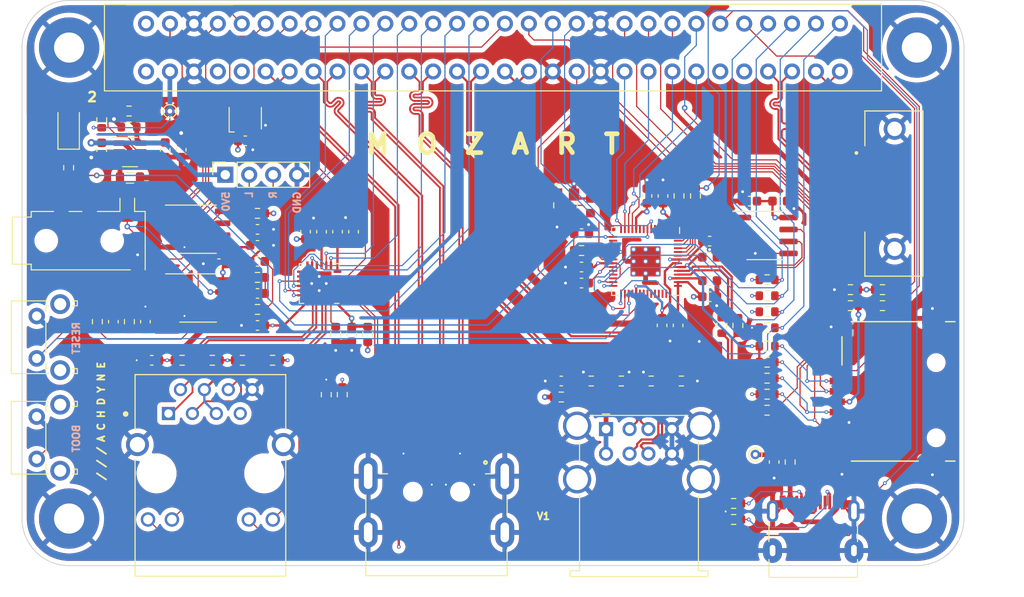
<source format=kicad_pcb>
(kicad_pcb (version 20211014) (generator pcbnew)
  (layers (0 "F.Cu" signal) (1 "In1.Cu" signal) (2 "In2.Cu" signal) (31 "B.Cu" signal) (34 "B.Paste" user) (35 "F.Paste" user) (36 "B.SilkS" user "B.Silkscreen") (37 "F.SilkS" user "F.Silkscreen") (38 "B.Mask" user) (39 "F.Mask" user) (44 "Edge.Cuts" user))
  (net 0 "")
  (net 1 "GND")
  (net 2 "/PWR3V3")
  (net 3 "/PWR3V3A")
  (net 4 "/PWR5V0UF")
  (net 5 "Net-(C3-Pad1)")
  (net 6 "/USBRPC_DP")
  (net 7 "/USBRPC_DN")
  (net 8 "Net-(C10-Pad1)")
  (net 9 "Net-(C12-Pad1)")
  (net 10 "Net-(C28-Pad2)")
  (net 11 "/USBRP_DP")
  (net 12 "/USBRP_DN")
  (net 13 "/E_TX_P")
  (net 14 "/E_TX_N")
  (net 15 "/E_RX_P")
  (net 16 "/E_RX_N")
  (net 17 "/LED1")
  (net 18 "/XIN")
  (net 19 "/LED2")
  (net 20 "/SD_MOSI")
  (net 21 "/SD_SS")
  (net 22 "/SD_SCK")
  (net 23 "/SD_MISO")
  (net 24 "Net-(J1-PadA5)")
  (net 26 "Net-(J1-PadB5)")
  (net 28 "Net-(J3-Pad10)")
  (net 29 "Net-(J3-Pad12)")
  (net 30 "Net-(C23-Pad1)")
  (net 31 "Net-(R5-Pad2)")
  (net 32 "/XOUT")
  (net 33 "/RP_QSPI_SS")
  (net 34 "/BOOT")
  (net 35 "/AUDIO_R")
  (net 36 "Net-(C27-Pad2)")
  (net 37 "/AUDIO_L")
  (net 38 "Net-(C29-Pad1)")
  (net 39 "Net-(C30-Pad1)")
  (net 40 "Net-(C35-Pad2)")
  (net 42 "/SD_CD")
  (net 48 "/SWCLK")
  (net 49 "/SWD")
  (net 50 "/RP_QSPI_IO3")
  (net 51 "/RP_QSPI_SCK")
  (net 52 "/RP_QSPI_IO0")
  (net 53 "/RP_QSPI_IO2")
  (net 54 "/RP_QSPI_IO1")
  (net 57 "/PWR5V0")
  (net 58 "/PWR1V1")
  (net 60 "Net-(D1-Pad1)")
  (net 63 "Net-(L1-Pad1)")
  (net 64 "/XA")
  (net 65 "/LED_R")
  (net 67 "/UART_TX")
  (net 68 "/DDMI_CK_N")
  (net 69 "/DDMI_CK_P")
  (net 70 "/DDMI_D2_N")
  (net 71 "/DDMI_D2_P")
  (net 72 "/DDMI_D1_N")
  (net 73 "/DDMI_D1_P")
  (net 74 "/DDMI_D0_N")
  (net 75 "/DDMI_D0_P")
  (net 76 "/USBH1_N")
  (net 77 "/USBH1_P")
  (net 78 "/USBH0_N")
  (net 79 "/JTAG_TDO")
  (net 80 "/USBH0_P")
  (net 81 "/JTAG_TMS")
  (net 82 "/UART_RX")
  (net 83 "/JTAG_TDI")
  (net 84 "/JTAG_TCK")
  (net 85 "/SYS_RST_N")
  (net 86 "/SYS_CLK48")
  (net 87 "/SYS_PG")
  (net 88 "/SD_D1")
  (net 89 "/SD_D2")
  (net 90 "/AUD_DIN")
  (net 91 "/AUD_BCK")
  (net 92 "/AUD_WS")
  (net 93 "/ETH_CLK50")
  (net 94 "/ETH_RST_N")
  (net 95 "/ETH_CRS_DV")
  (net 96 "/ETH_TXEN")
  (net 97 "/ETH_RX1")
  (net 98 "/ETH_RX0")
  (net 99 "/ETH_TX1")
  (net 100 "/ETH_TX0")
  (net 101 "Net-(R27-Pad1)")
  (net 102 "Net-(R28-Pad1)")
  (net 117 "/XB")
  (net 118 "/PWRIO")
  (net 124 "/XC")
  (net 125 "/XD")
  (net 126 "/DS0_P")
  (net 127 "/DS0_N")
  (net 128 "/DS1_P")
  (net 129 "/DS1_N")
  (net 130 "/DS2_P")
  (net 131 "/DS2_N")
  (footprint "Resistor_SMD:R_0603_1608Metric" (layer "F.Cu") (at 126.6 138.2 180)
    (fp_text reference "R7" hide)
    (fp_text value "49R9")
  )
  (footprint "LED_SMD:LED_1206_3216Metric" (layer "F.Cu") (at 104.95 113.5 90)
    (fp_text reference "D1" hide)
    (fp_text value "LED")
  )
  (footprint "Resistor_SMD:R_0603_1608Metric" (layer "F.Cu") (at 157.25 142.1)
    (fp_text reference "FB3" hide)
    (fp_text value "Ferrite_Bead")
  )
  (footprint "Button_Switch_THT:SW_Tactile_SPST_Angled_PTS645Vx39-2LFS" (layer "F.Cu") (at 101.5625 138 90)
    (fp_text reference "SW1" hide)
    (fp_text value "RESET")
  )
  (footprint "Resistor_SMD:R_0603_1608Metric" (layer "F.Cu") (at 191.35 132.4)
    (fp_text reference "R36" hide)
    (fp_text value "20K")
  )
  (footprint "Capacitor_SMD:C_0603_1608Metric" (layer "F.Cu") (at 159.4 124.75)
    (fp_text reference "C12" hide)
    (fp_text value "15pF")
  )
  (footprint "Resistor_SMD:R_0603_1608Metric" (layer "F.Cu") (at 175.55 153.4 180)
    (fp_text reference "R1" hide)
    (fp_text value "5K1")
  )
  (footprint "LD-CONNECTORS:HANRUN_HR911105A" (layer "F.Cu") (at 120 150.2 180)
    (fp_text reference "J3" hide)
    (fp_text value "HR911105A")
  )
  (footprint "Capacitor_SMD:C_0603_1608Metric" (layer "F.Cu") (at 177.25 121.3 180)
    (fp_text reference "C26" hide)
    (fp_text value "1uF")
  )
  (footprint "Capacitor_SMD:C_0603_1608Metric" (layer "F.Cu") (at 179.85 149 -90)
    (fp_text reference "C7" hide)
    (fp_text value "4.7uF")
  )
  (footprint "Capacitor_SMD:C_0603_1608Metric" (layer "F.Cu") (at 115.2 115.85 90)
    (fp_text reference "C35" hide)
    (fp_text value "10pF")
  )
  (footprint "LD-HDMI:HDMI_TE_1827059-3-FIXED" (layer "F.Cu") (at 144 154.75)
    (fp_text reference "J8" hide)
    (fp_text value "DDMI_A")
  )
  (footprint "Package_SO:SOIC-8_3.9x4.9mm_P1.27mm" (layer "F.Cu") (at 178.9 124.95)
    (fp_text reference "U5" hide)
    (fp_text value "W25Q32JVSS")
  )
  (footprint "Capacitor_SMD:C_0603_1608Metric" (layer "F.Cu") (at 159.4 128.3 180)
    (fp_text reference "C18" hide)
    (fp_text value "100nF")
  )
  (footprint "Resistor_SMD:R_0603_1608Metric" (layer "F.Cu") (at 166.8 140.4 180)
    (fp_text reference "R14" hide)
    (fp_text value "15K")
  )
  (footprint "Resistor_SMD:R_0603_1608Metric" (layer "F.Cu") (at 125 129.4)
    (fp_text reference "R28" hide)
    (fp_text value "7K5")
  )
  (footprint "Resistor_SMD:R_0603_1608Metric" (layer "F.Cu") (at 111.4 134.1 -90)
    (fp_text reference "R29" hide)
    (fp_text value "7K5")
  )
  (footprint "LD-CONNECTORS:AMPHENOL_SAT3M2132072TR" (layer "F.Cu") (at 192.6425 120.5 90)
    (fp_text reference "J5" hide)
    (fp_text value "SAT3M2132072TR")
  )
  (footprint "Resistor_SMD:R_0603_1608Metric" (layer "F.Cu") (at 136.7 135.45 -90)
    (fp_text reference "FB2" hide)
    (fp_text value "FerriteBead_Small")
  )
  (footprint "Capacitor_SMD:C_0603_1608Metric" (layer "F.Cu") (at 173 127.25)
    (fp_text reference "C15" hide)
    (fp_text value "100nF")
  )
  (footprint "Resistor_SMD:R_0603_1608Metric" (layer "F.Cu") (at 169.75 120.75 90)
    (fp_text reference "R18" hide)
    (fp_text value "10K")
  )
  (footprint "Capacitor_SMD:C_0603_1608Metric" (layer "F.Cu") (at 135.2 124.55 90)
    (fp_text reference "C5" hide)
    (fp_text value "1uF")
  )
  (footprint "Resistor_SMD:R_0603_1608Metric" (layer "F.Cu") (at 132.3 141.85 -90)
    (fp_text reference "R10" hide)
    (fp_text value "536R")
  )
  (footprint "Capacitor_SMD:C_0603_1608Metric" (layer "F.Cu") (at 135 135.45 -90)
    (fp_text reference "C4" hide)
    (fp_text value "100nF")
  )
  (footprint "Resistor_SMD:R_0603_1608Metric" (layer "F.Cu") (at 170 140.4)
    (fp_text reference "R12" hide)
    (fp_text value "15K")
  )
  (footprint "Resistor_SMD:R_0603_1608Metric" (layer "F.Cu") (at 108.4625 112.6875 90)
    (fp_text reference "R50" hide)
    (fp_text value "1K5")
  )
  (footprint "Resistor_SMD:R_0603_1608Metric" (layer "F.Cu") (at 163.625 140.4)
    (fp_text reference "R15" hide)
    (fp_text value "15K")
  )
  (footprint "Resistor_SMD:R_0603_1608Metric" (layer "F.Cu") (at 111.3625 111.7375 180)
    (fp_text reference "R51" hide)
    (fp_text value "200K")
  )
  (footprint "LD-MCUS:RP2040-QFN-56-OFFICIAL" (layer "F.Cu") (at 166.2 127.7 -90)
    (fp_text reference "U4" hide)
    (fp_text value "RP2040")
  )
  (footprint "Capacitor_SMD:C_0603_1608Metric" (layer "F.Cu") (at 125 124.3)
    (fp_text reference "C23" hide)
    (fp_text value "47uF")
  )
  (footprint "Capacitor_SMD:C_0603_1608Metric" (layer "F.Cu") (at 180.45 121.3)
    (fp_text reference "C25" hide)
    (fp_text value "100nF")
  )
  (footprint "Resistor_SMD:R_0603_1608Metric" (layer "F.Cu") (at 174.3 134.5 90)
    (fp_text reference "R3" hide)
    (fp_text value "27R")
  )
  (footprint "Package_DFN_QFN:QFN-24-1EP_4x4mm_P0.5mm_EP2.6x2.6mm" (layer "F.Cu") (at 131.55 130.05 180)
    (fp_text reference "U1" hide)
    (fp_text value "LAN8720A")
  )
  (footprint "Capacitor_SMD:C_0603_1608Metric" (layer "F.Cu") (at 167.95 134.5 -90)
    (fp_text reference "C20" hide)
    (fp_text value "100nF")
  )
  (footprint "LD-CRYSTALS:XTAL_ECS-240-8-33-AGN-TR" (layer "F.Cu") (at 157.7 121.75 -90)
    (fp_text reference "Y1" hide)
    (fp_text value "ECS-80-12-33-JGN-TR-12MHZ")
  )
  (footprint "Capacitor_SMD:C_0603_1608Metric" (layer "F.Cu") (at 108.4625 115.8875 -90)
    (fp_text reference "C34" hide)
    (fp_text value "4.7uF")
  )
  (footprint "Resistor_SMD:R_0603_1608Metric" (layer "F.Cu") (at 181.55 149 -90)
    (fp_text reference "FB1" hide)
    (fp_text value "Ferrite_Bead")
  )
  (footprint "Capacitor_SMD:C_0603_1608Metric" (layer "F.Cu") (at 130.1 124.55 90)
    (fp_text reference "C1" hide)
    (fp_text value "1uF")
  )
  (footprint "LD-CONNECTORS:USB_C_Receptacle_HRO_TYPE-C-31-M-12-BIG-PADS" (layer "F.Cu") (at 184 157.35)
    (fp_text reference "J1" hide)
    (fp_text value "TYPE-C-31-M-12-FIXED")
  )
  (footprint "Package_TO_SOT_SMD:SOT-23-6" (layer "F.Cu") (at 111.4625 116.0875)
    (fp_text reference "U8" hide)
    (fp_text value "TLV62568DDC")
  )
  (footprint "Resistor_SMD:R_0603_1608Metric" (layer "F.Cu") (at 160.425 140.4 180)
    (fp_text reference "R16" hide)
    (fp_text value "15K")
  )
  (footprint "Resistor_SMD:R_0603_1608Metric" (layer "F.Cu") (at 187.95 130.7 180)
    (fp_text reference "C32" hide)
    (fp_text value "10uF")
  )
  (footprint "Resistor_SMD:R_0603_1608Metric" (layer "F.Cu") (at 104.95 117.75 -90)
    (fp_text reference "R39" hide)
    (fp_text value "536R")
  )
  (footprint "Resistor_SMD:R_0603_1608Metric" (layer "F.Cu") (at 179.1 141.8)
    (fp_text reference "R31" hide)
    (fp_text value "20K")
  )
  (footprint "Resistor_SMD:R_0603_1608Metric" (layer "F.Cu") (at 179.1 131.35)
    (fp_text reference "R23" hide)
    (fp_text value "4K7")
  )
  (footprint "Inductor_SMD:L_0805_2012Metric" (layer "F.Cu") (at 111.4625 118.8375)
    (fp_text reference "L1" hide)
    (fp_text value "INDUCTOR")
  )
  (footprint "Resistor_SMD:R_0603_1608Metric" (layer "F.Cu") (at 187.95 132.4 180)
    (fp_text reference "C33" hide)
    (fp_text value "100nF")
  )
  (footprint "Capacitor_SMD:C_0603_1608Metric" (layer "F.Cu") (at 173 125.55)
    (fp_text reference "C17" hide)
    (fp_text value "100nF")
  )
  (footprint "Capacitor_SMD:C_0603_1608Metric" (layer "F.Cu") (at 133.5 124.55 90)
    (fp_text reference "C3" hide)
    (fp_text value "470pF")
  )
  (footprint "Resistor_SMD:R_0603_1608Metric" (layer "F.Cu") (at 179.1 136.7)
    (fp_text reference "R34" hide)
    (fp_text value "20K")
  )
  (footprint "Capacitor_SMD:C_0603_1608Metric" (layer "F.Cu") (at 166.35 120.75 90)
    (fp_text reference "C16" hide)
    (fp_text value "100nF")
  )
  (footprint "Resistor_SMD:R_0603_1608Metric" (layer "F.Cu") (at 171.5 120.75 -90)
    (fp_text reference "R19" hide)
    (fp_text value "1K")
  )
  (footprint "Package_SO:SOP-8_3.9x4.9mm_P1.27mm" (layer "F.Cu") (at 118.695 131.585)
    (fp_text reference "U7" hide)
    (fp_text value "LM358")
  )
  (footprint "MountingHole:MountingHole_3.2mm_M3_Pad" (layer "F.Cu") (at 195 105)
    (fp_text reference "H2" hide)
    (fp_text value "MountingHole_Pad")
  )
  (footprint "Resistor_SMD:R_0603_1608Metric" (layer "F.Cu") (at 179.1 138.4)
    (fp_text reference "R33" hide)
    (fp_text value "20K")
  )
  (footprint "Capacitor_SMD:C_0603_1608Metric" (layer "F.Cu") (at 120.9 127.95 180)
    (fp_text reference "C31" hide)
    (fp_text value "100nF")
  )
  (footprint "Resistor_SMD:R_0603_1608Metric" (layer "F.Cu") (at 175.55 155.1 180)
    (fp_text reference "R4" hide)
    (fp_text value "5K1")
  )
  (footprint "Capacitor_SMD:C_0603_1608Metric" (layer "F.Cu") (at 125 131.1)
    (fp_text reference "C28" hide)
    (fp_text value "1nF")
  )
  (footprint "Resistor_SMD:R_0603_1608Metric" (layer "F.Cu") (at 179.1 140.1)
    (fp_text reference "R32" hide)
    (fp_text value "20K")
  )
  (footprint "Resistor_SMD:R_0603_1608Metric" (layer "F.Cu") (at 123.4 138.2)
    (fp_text reference "R6" hide)
    (fp_text value "49R9")
  )
  (footprint "Capacitor_SMD:C_0603_1608Metric" (layer "F.Cu") (at 173 129.75)
    (fp_text reference "C21" hide)
    (fp_text value "1uF")
  )
  (footprint "Resistor_SMD:R_0603_1608Metric" (layer "F.Cu") (at 179.1 129.65)
    (fp_text reference "R20" hide)
    (fp_text value "4K7")
  )
  (footprint "Capacitor_SMD:C_0603_1608Metric" (layer "F.Cu") (at 125 134.5 180)
    (fp_text reference "C6" hide)
    (fp_text value "100nF")
  )
  (footprint "Capacitor_SMD:C_0603_1608Metric" (layer "F.Cu") (at 125 127.7 180)
    (fp_text reference "C29" hide)
    (fp_text value "470pF")
  )
  (footprint "Capacitor_SMD:C_0603_1608Metric" (layer "F.Cu") (at 116.9 115.85 90)
    (fp_text reference "C36" hide)
    (fp_text value "10uF")
  )
  (footprint "MountingHole:MountingHole_3.2mm_M3_Pad" (layer "F.Cu") (at 105 105)
    (fp_text reference "H1" hide)
    (fp_text value "MountingHole_Pad")
  )
  (footprint "Connector_Audio:Jack_3.5mm_PJ320D_Horizontal" (layer "F.Cu") (at 107.35 125.5)
    (fp_text reference "J7" hide)
    (fp_text value "AudioJack4")
  )
  (footprint "Capacitor_SMD:C_0603_1608Metric" (layer "F.Cu") (at 125 126)
    (fp_text reference "C24" hide)
    (fp_text value "100nF")
  )
  (footprint "MountingHole:MountingHole_3.2mm_M3_Pad" (layer "F.Cu") (at 105 155)
    (fp_text reference "H3" hide)
    (fp_text value "MountingHole_Pad")
  )
  (footprint "Capacitor_SMD:C_0603_1608Metric" (layer "F.Cu") (at 169.65 134.5 -90)
    (fp_text reference "C22" hide)
    (fp_text value "100nF")
  )
  (footprint "Resistor_SMD:R_0603_1608Metric" (layer "F.Cu") (at 125 122.6 180)
    (fp_text reference "R26" hide)
    (fp_text value "10R")
  )
  (footprint "Resistor_SMD:R_0603_1608Metric" (layer "F.Cu") (at 125 132.8)
    (fp_text reference "R30" hide)
    (fp_text value "7K5")
  )
  (footprint "Resistor_SMD:R_0603_1608Metric" (layer "F.Cu") (at 108 134.1 90)
    (fp_text reference "R27" hide)
    (fp_text value "7K5")
  )
  (footprint "Resistor_SMD:R_0603_1608Metric" (layer "F.Cu") (at 176 134.5 90)
    (fp_text reference "R2" hide)
    (fp_text value "27R")
  )
  (footprint "Resistor_SMD:R_0603_1608Metric" (layer "F.Cu") (at 133.3 135.45 90)
    (fp_text reference "R5" hide)
    (fp_text value "12K1")
  )
  (footprint "Resistor_SMD:R_0603_1608Metric" (layer "F.Cu") (at 134 141.85 -90)
    (fp_text reference "R11" hide)
    (fp_text value "536R")
  )
  (footprint "Capacitor_SMD:C_0603_1608Metric" (layer "F.Cu") (at 159.4 130 180)
    (fp_text reference "C19" hide)
    (fp_text value "100nF")
  )
  (footprint "Resistor_SMD:R_0603_1608Metric" (layer "F.Cu") (at 117 138.2)
    (fp_text reference "R8" hide)
    (fp_text value "49R9")
  )
  (footprint "Resistor_SMD:R_0603_1608Metric" (layer "F.Cu") (at 111.3625 113.4375 180)
    (fp_text reference "R52" hide)
    (fp_text value "44K2")
  )
  (footprint "Resistor_SMD:R_0603_1608Metric" (layer "F.Cu") (at 159.4 126.55)
    (fp_text reference "R17" hide)
    (fp_text value "1K")
  )
  (footprint "Resistor_SMD:R_0603_1608Metric" (layer "F.Cu") (at 179.1 133.05)
    (fp_text reference "R22" hide)
    (fp_text value "4K7")
  )
  (footprint "Resistor_SMD:R_0603_1608Metric" (layer "F.Cu") (at 120.2 138.2 180)
    (fp_text reference "R9" hide)
    (fp_text value "49R9")
  )
  (footprint "Resistor_SMD:R_0603_1608Metric" (layer "F.Cu") (at 179.1 134.75)
    (fp_text reference "R21" hide)
    (fp_text value "4K7")
  )
  (footprint "LD-EDGE:MACHDYNE_EDGE_SOCKET_60P" (layer "F.Cu") (at 150 105 90)
    (fp_text reference "U2" hide)
    (fp_text value "MACHDYNE-MODULE-60P")
  )
  (footprint "Oscillator:Oscillator_SMD_Kyocera_KC2520Z-4Pin_2.5x2.0mm" (layer "F.Cu") (at 123.7 112.5 90)
    (fp_text reference "U3" hide)
    (fp_text value "50MHz")
  )
  (footprint "LD-SDCARD:SDCARD" (layer "F.Cu") (at 197.05 141.5 90)
    (fp_text reference "J4" hide)
    (fp_text value "MICROSD")
  )
  (footprint "Capacitor_SMD:C_0603_1608Metric" (layer "F.Cu") (at 123.7 114.9)
    (fp_text reference "C9" hide)
    (fp_text value "10nF")
  )
  (footprint "Capacitor_SMD:C_0603_1608Metric" (layer "F.Cu") (at 113.1 134.1 90)
    (fp_text reference "C30" hide)
    (fp_text value "470pF")
  )
  (footprint "Capacitor_SMD:C_0603_1608Metric" (layer "F.Cu") (at 113.775 138.2 180)
    (fp_text reference "C8" hide)
    (fp_text value "22nF")
  )
  (footprint "Capacitor_SMD:C_0603_1608Metric" (layer "F.Cu") (at 173 131.45)
    (fp_text reference "C13" hide)
    (fp_text value "1uF")
  )
  (footprint "Capacitor_SMD:C_0603_1608Metric" (layer "F.Cu") (at 160.35 121.8 -90)
    (fp_text reference "C11" hide)
    (fp_text value "15pF")
  )
  (footprint "TestPoint:TestPoint_THTPad_D1.0mm_Drill0.5mm" (layer "F.Cu") (at 177.85 148.2)
    (fp_text reference "TP1" hide)
    (fp_text value "TP_PWR5V0")
  )
  (footprint "TestPoint:TestPoint_THTPad_D1.0mm_Drill0.5mm" (layer "F.Cu") (at 115.7 111.75)
    (fp_text reference "TP2" hide)
    (fp_text value "TP_PWR3V3")
  )
  (footprint "Resistor_SMD:R_0603_1608Metric" (layer "F.Cu") (at 191.35 130.7)
    (fp_text reference "R37" hide)
    (fp_text value "20K")
  )
  (footprint "Resistor_SMD:R_0603_1608Metric" (layer "F.Cu") (at 179.1 143.5)
    (fp_text reference "R13" hide)
    (fp_text value "20K")
  )
  (footprint "Connector_PinSocket_2.54mm:PinSocket_1x04_P2.54mm_Vertical" (layer "F.Cu") (at 121.58 118.5 90)
    (fp_text reference "J6" hide)
    (fp_text value "AMP")
  )
  (footprint "Capacitor_SMD:C_0603_1608Metric" (layer "F.Cu") (at 131.8 124.55 90)
    (fp_text reference "C2" hide)
    (fp_text value "100nF")
  )
  (footprint "Capacitor_SMD:C_0603_1608Metric" (layer "F.Cu") (at 109.7 134.1 -90)
    (fp_text reference "C27" hide)
    (fp_text value "1nF")
  )
  (footprint "Capacitor_SMD:C_0603_1608Metric" (layer "F.Cu") (at 157.25 140.4 180)
    (fp_text reference "C10" hide)
    (fp_text value "4.7uF")
  )
  (footprint "Capacitor_SMD:C_0603_1608Metric" (layer "F.Cu") (at 168.05 120.75 90)
    (fp_text reference "C14" hide)
    (fp_text value "100nF")
  )
  (footprint "Package_SO:SOP-8_3.9x4.9mm_P1.27mm" (layer "F.Cu") (at 118.675 124.285)
    (fp_text reference "U6" hide)
    (fp_text value "PT8211")
  )
  (footprint "Connector_USB:USB_A_Wuerth_61400826021_Horizontal_Stacked" (layer "F.Cu") (at 162 145.5)
    (fp_text reference "J2" hide)
    (fp_text value "USB_A_Stacked")
  )
  (footprint "MountingHole:MountingHole_3.2mm_M3_Pad" (layer "F.Cu") (at 195 155)
    (fp_text reference "H4" hide)
    (fp_text value "MountingHole_Pad")
  )
  (footprint "Button_Switch_THT:SW_Tactile_SPST_Angled_PTS645Vx39-2LFS" (layer "F.Cu") (at 101.5625 148.675 90)
    (fp_text reference "SW2" hide)
    (fp_text value "BOOT")
  )
  (gr_arc (start 195 100) (mid 198.535534 101.464466) (end 200 105) (layer "Edge.Cuts") (width 0.1))
  (gr_line (start 195 160) (end 105 160) (layer "Edge.Cuts") (width 0.1))
  (gr_arc (start 200 155) (mid 198.535534 158.535534) (end 195 160) (layer "Edge.Cuts") (width 0.1))
  (gr_arc (start 105 160) (mid 101.464466 158.535534) (end 100 155) (layer "Edge.Cuts") (width 0.1))
  (gr_arc (start 100 105) (mid 101.464466 101.464466) (end 105 100) (layer "Edge.Cuts") (width 0.1))
  (gr_line (start 100 155) (end 100 105) (layer "Edge.Cuts") (width 0.1))
  (gr_line (start 200 105) (end 200 155) (layer "Edge.Cuts") (width 0.1))
  (gr_line (start 105 100) (end 195 100) (layer "Edge.Cuts") (width 0.1))
  (gr_text "RESET" (at 105.75 135.85 90) (layer "B.SilkS") (effects (font (size 0.75 0.75) (thickness 0.1875)) (justify mirror)))
  (gr_text "GND" (at 129.2 121.45 90) (layer "B.SilkS") (effects (font (size 0.75 0.75) (thickness 0.1875)) (justify mirror)))
  (gr_text "BOOT" (at 105.75 146.5 90) (layer "B.SilkS") (effects (font (size 0.75 0.75) (thickness 0.1875)) (justify mirror)))
  (gr_text "L" (at 124.1 120.6 90) (layer "B.SilkS") (effects (font (size 0.75 0.75) (thickness 0.1875)) (justify mirror)))
  (gr_text "5V0" (at 121.65 121.35 90) (layer "B.SilkS") (effects (font (size 0.75 0.75) (thickness 0.1875)) (justify mirror)))
  (gr_text "R" (at 126.65 120.65 90) (layer "B.SilkS") (effects (font (size 0.75 0.75) (thickness 0.1875)) (justify mirror)))
  (gr_text "2" (at 107.45 110.25) (layer "F.SilkS") (effects (font (size 1 1) (thickness 0.25))))
  (gr_text "V1" (at 155.35 154.75) (layer "F.SilkS") (effects (font (size 0.75 0.75) (thickness 0.1875))))
  (gr_text "M  O  Z  A  R  T" (at 150 115.25) (layer "F.SilkS") (effects (font (size 2 2) (thickness 0.5))))
  (gr_text "/ / / A C H D Y N E" (at 108.4 144.65 90) (layer "F.SilkS") (effects (font (size 0.75 0.75) (thickness 0.1875))))
  (segment (start 173.775 127.225) (end 173 126.45) (width 0.25) (layer "F.Cu") (net 1))
  (segment (start 166.35 119.975) (end 166.35 119.05) (width 0.25) (layer "F.Cu") (net 1))
  (segment (start 187.25 153.305) (end 187.405 153.305) (width 0.5) (layer "F.Cu") (net 1))
  (segment (start 176.425 126.855) (end 177.845 126.855) (width 0.125) (layer "F.Cu") (net 1))
  (segment (start 125.775 126) (end 126.7 126) (width 0.25) (layer "F.Cu") (net 1))
  (segment (start 164.45 140.4) (end 164.45 139.45) (width 0.5) (layer "F.Cu") (net 1))
  (segment (start 169.65 135.275) (end 169.65 135.3) (width 0.5) (layer "F.Cu") (net 1))
  (segment (start 131.125 123.1) (end 131.8 123.775) (width 0.25) (layer "F.Cu") (net 1))
  (segment (start 109.7625 112.6625) (end 110.5375 113.4375) (width 0.5) (layer "F.Cu") (net 1))
  (segment (start 177.845 126.855) (end 177.85 126.85) (width 0.125) (layer "F.Cu") (net 1))
  (segment (start 124.225 127.55) (end 125.775 126) (width 0.25) (layer "F.Cu") (net 1))
  (segment (start 176.475 120.325) (end 176.5 120.3) (width 0.25) (layer "F.Cu") (net 1))
  (segment (start 173.775 125.55) (end 173.775 125.675) (width 0.25) (layer "F.Cu") (net 1))
  (segment (start 181.225 121.375) (end 181.95 122.1) (width 0.25) (layer "F.Cu") (net 1))
  (segment (start 196.65 133.75) (end 196.65 132.7) (width 0.5) (layer "F.Cu") (net 1))
  (segment (start 124.625 113.225) (end 125.825 113.225) (width 0.25) (layer "F.Cu") (net 1))
  (segment (start 146.5 149.75) (end 146.5 148.1) (width 0.25) (layer "F.Cu") (net 1))
  (segment (start 134.35 123.05) (end 134.225 123.05) (width 0.25) (layer "F.Cu") (net 1))
  (segment (start 120.125 127.95) (end 119.25 127.95) (width 0.25) (layer "F.Cu") (net 1))
  (segment (start 124.475 115.825) (end 124.5 115.85) (width 0.25) (layer "F.Cu") (net 1))
  (segment (start 125.775 124.3) (end 126.7 124.3) (width 0.25) (layer "F.Cu") (net 1))
  (segment (start 160.15 123.8) (end 160.15 124.725) (width 0.25) (layer "F.Cu") (net 1))
  (segment (start 173.775 125.675) (end 173 126.45) (width 0.25) (layer "F.Cu") (net 1))
  (segment (start 186.55 144.8) (end 187.8 144.8) (width 0.5) (layer "F.Cu") (net 1))
  (segment (start 134.475 123.05) (end 135.2 123.775) (width 0.25) (layer "F.Cu") (net 1))
  (segment (start 174.7 154.25) (end 174.7 155.075) (width 0.125) (layer "F.Cu") (net 1))
  (segment (start 109.7625 112.5875) (end 109.7625 112.6625) (width 0.5) (layer "F.Cu") (net 1))
  (segment (start 196.65 150.35) (end 196.65 149.25) (width 0.5) (layer "F.Cu") (net 1))
  (segment (start 159.025 121.025) (end 158.6 120.6) (width 0.25) (layer "F.Cu") (net 1))
  (segment (start 133.3 136.275) (end 133.3 137.15) (width 0.25) (layer "F.Cu") (net 1))
  (segment (start 132.3 140.25) (end 132.3 141.025) (width 0.125) (layer "F.Cu") (net 1))
  (segment (start 116.9 115.075) (end 116.9 114.075) (width 0.5) (layer "F.Cu") (net 1))
  (segment (start 130.95 123.1) (end 130.775 123.1) (width 0.25) (layer "F.Cu") (net 1))
  (segment (start 173.75 131.475) (end 173.775 131.45) (width 0.5) (layer "F.Cu") (net 1))
  (segment (start 116.05 126.19) (end 117.25 126.19) (width 0.25) (layer "F.Cu") (net 1))
  (segment (start 159.6 140.4) (end 159.6 139.45) (width 0.5) (layer "F.Cu") (net 1))
  (segment (start 180.595 153.305) (end 179.68 154.22) (width 0.5) (layer "F.Cu") (net 1))
  (segment (start 134.35 123.05) (end 134.475 123.05) (width 0.25) (layer "F.Cu") (net 1))
  (segment (start 173.775 131.45) (end 173.775 129.75) (width 0.5) (layer "F.Cu") (net 1))
  (segment (start 124.475 114.9) (end 124.475 115.825) (width 0.25) (layer "F.Cu") (net 1))
  (segment (start 131.8 123.775) (end 133.5 123.775) (width 0.25) (layer "F.Cu") (net 1))
  (segment (start 110.325 116.0875) (end 109.0375 116.0875) (width 0.5) (layer "F.Cu") (net 1))
  (segment (start 143.5 151.4) (end 143.5 149.75) (width 0.25) (layer "F.Cu") (net 1))
  (segment (start 158.6 120.6) (end 158.6 119.45) (width 0.25) (layer "F.Cu") (net 1))
  (segment (start 158.625 128.3) (end 157.7 128.3) (width 0.25) (layer "F.Cu") (net 1))
  (segment (start 145 151.4) (end 145 149.75) (width 0.25) (layer "F.Cu") (net 1))
  (segment (start 124.225 134.5) (end 123.3 134.5) (width 0.25) (layer "F.Cu") (net 1))
  (segment (start 165.975 139.45) (end 165.975 140.4) (width 0.5) (layer "F.Cu") (net 1))
  (segment (start 113.1 132.5) (end 113.1 133.325) (width 0.25) (layer "F.Cu") (net 1))
  (segment (start 187.125 130.7) (end 187.125 132.4) (width 0.25) (layer "F.Cu") (net 1))
  (segment (start 174.7 154.25) (end 174.7 153.425) (width 0.125) (layer "F.Cu") (net 1))
  (segment (start 187.405 153.305) (end 188.32 154.22) (width 0.5) (layer "F.Cu") (net 1))
  (segment (start 156.8 122.9) (end 156.8 124.05) (width 0.25) (layer "F.Cu") (net 1))
  (segment (start 178.275 134.75) (end 177.5 134.75) (width 0.125) (layer "F.Cu") (net 1))
  (segment (start 148 151.4) (end 148 149.75) (width 0.25) (layer "F.Cu") (net 1))
  (segment (start 173.775 127.25) (end 173.775 127.225) (width 0.25) (layer "F.Cu") (net 1))
  (segment (start 179.85 149.775) (end 179.85 150.7) (width 0.5) (layer "F.Cu") (net 1))
  (segment (start 125.825 113.225) (end 125.85 113.25) (width 0.25) (layer "F.Cu") (net 1))
  (segment (start 160.15 124.725) (end 160.175 124.75) (width 0.25) (layer "F.Cu") (net 1))
  (segment (start 109.0375 116.0875) (end 108.4625 116.6625) (width 0.5) (layer "F.Cu") (net 1))
  (segment (start 160.35 121.025) (end 159.025 121.025) (width 0.25) (layer "F.Cu") (net 1))
  (segment (start 176.475 121.3) (end 176.475 120.325) (width 0.25) (layer "F.Cu") (net 1))
  (segment (start 124.225 127.7) (end 124.225 127.55) (width 0.25) (layer "F.Cu") (net 1))
  (segment (start 174.7 155.075) (end 174.725 155.1) (width 0.125) (layer "F.Cu") (net 1))
  (segment (start 130.95 123.1) (end 131.125 123.1) (width 0.25) (layer "F.Cu") (net 1))
  (segment (start 185.9 134.65) (end 187.05 134.65) (width 0.5) (layer "F.Cu") (net 1))
  (segment (start 130.775 123.1) (end 130.1 123.775) (width 0.25) (layer "F.Cu") (net 1))
  (segment (start 187.05 150.3) (end 187.05 149.25) (width 0.5) (layer "F.Cu") (net 1))
  (segment (start 158.625 130) (end 157.7 130) (width 0.25) (layer "F.Cu") (net 1))
  (segment (start 116.07 133.49) (end 117.25 133.49) (width 0.25) (layer "F.Cu") (net 1))
  (segment (start 168.05 119.975) (end 168.05 119.05) (width 0.25) (layer "F.Cu") (net 1))
  (segment (start 112.275 128.75) (end 112.275 127) (width 0.25) (layer "F.Cu") (net 1))
  (segment (start 107.35 116.6625) (end 108.4625 116.6625) (width 0.5) (layer "F.Cu") (net 1))
  (segment (start 140.5 149.75) (end 140.5 148.1) (width 0.25) (layer "F.Cu") (net 1))
  (segment (start 113 138.2) (end 112.175 138.2) (width 0.25) (layer "F.Cu") (net 1))
  (segment (start 167.95 135.275) (end 167.95 135.3) (width 0.5) (layer "F.Cu") (net 1))
  (segment (start 156.475 140.4) (end 155.55 140.4) (width 0.5) (layer "F.Cu") (net 1))
  (segment (start 170.825 140.4) (end 171.7 140.4) (width 0.5) (layer "F.Cu") (net 1))
  (segment (start 134.225 123.05) (end 133.5 123.775) (width 0.25) (layer "F.Cu") (net 1))
  (segment (start 187.125 130.7) (end 186.25 130.7) (width 0.25) (layer "F.Cu") (net 1))
  (segment (start 173.75 132.4) (end 173.75 131.475) (width 0.5) (layer "F.Cu") (net 1))
  (segment (start 181.225 121.3) (end 181.225 121.375) (width 0.25) (layer "F.Cu") (net 1))
  (segment (start 135 136.225) (end 135 137.15) (width 0.25) (layer "F.Cu") (net 1))
  (segment (start 174.7 153.425) (end 174.725 153.4) (width 0.125) (layer "F.Cu") (net 1))
  (segment (start 180.75 153.305) (end 180.595 153.305) (width 0.5) (layer "F.Cu") (net 1))
  (segment (start 162.7625 126.7) (end 163.55 126.7) (width 0.25) (layer "F.Cu") (net 1))
  (segment (start 169.65 135.3) (end 168.8 136.15) (width 0.5) (layer "F.Cu") (net 1))
  (segment (start 167.95 135.3) (end 168.8 136.15) (width 0.5) (layer "F.Cu") (net 1))
  (via (at 165.975 139.45) (size 0.6) (drill 0.3) (layers "F.Cu" "B.Cu") (net 1))
  (via (at 155.55 140.4) (size 0.6) (drill 0.3) (layers "F.Cu" "B.Cu") (net 1))
  (via (at 177.85 126.85) (size 0.6) (drill 0.3) (layers "F.Cu" "B.Cu") (net 1))
  (via (at 164.45 139.45) (size 0.6) (drill 0.3) (layers "F.Cu" "B.Cu") (net 1))
  (via (at 174.7 154.25) (size 0.4) (drill 0.2) (layers "F.Cu" "B.Cu") (net 1))
  (via (at 143.5 151.4) (size 0.4) (drill 0.2) (layers "F.Cu" "B.Cu") (net 1))
  (via (at 131.55 130.8) (size 0.6) (drill 0.3) (layers "F.Cu" "B.Cu") (net 1))
  (via (at 181.95 122.1) (size 0.6) (drill 0.3) (layers "F.Cu" "B.Cu") (net 1))
  (via (at 173 126.45) (size 0.6) (drill 0.3) (layers "F.Cu" "B.Cu") (net 1))
  (via (at 119.25 127.95) (size 0.6) (drill 0.3) (layers "F.Cu" "B.Cu") (net 1))
  (via (at 196.65 150.35) (size 0.6) (drill 0.3) (layers "F.Cu" "B.Cu") (net 1))
  (via (at 156.8 124.05) (size 0.6) (drill 0.3) (layers "F.Cu" "B.Cu") (net 1))
  (via (at 133.3 137.15) (size 0.6) (drill 0.3) (layers "F.Cu" "B.Cu") (net 1))
  (via (at 187.8 144.8) (size 0.6) (drill 0.3) (layers "F.Cu" "B.Cu") (net 1))
  (via (at 112.175 138.2) (size 0.4) (drill 0.2) (layers "F.Cu" "B.Cu") (net 1))
  (via (at 160.15 123.8) (size 0.6) (drill 0.3) (layers "F.Cu" "B.Cu") (net 1))
  (via (at 145 151.4) (size 0.4) (drill 0.2) (layers "F.Cu" "B.Cu") (net 1))
  (via (at 107.35 116.6625) (size 0.8) (drill 0.4) (layers "F.Cu" "B.Cu") (net 1))
  (via (at 176.5 120.3) (size 0.6) (drill 0.3) (layers "F.Cu" "B.Cu") (net 1))
  (via (at 186.25 130.7) (size 0.6) (drill 0.3) (layers "F.Cu" "B.Cu") (net 1))
  (via (at 157.7 128.3) (size 0.6) (drill 0.3) (layers "F.Cu" "B.Cu") (net 1))
  (via (at 196.65 132.7) (size 0.6) (drill 0.3) (layers "F.Cu" "B.Cu") (net 1))
  (via (at 124.5 115.85) (size 0.6) (drill 0.3) (layers "F.Cu" "B.Cu") (net 1))
  (via (at 130.75 130.05) (size 0.6) (drill 0.3) (layers "F.Cu" "B.Cu") (net 1))
  (via (at 135 137.15) (size 0.6) (drill 0.3) (layers "F.Cu" "B.Cu") (net 1))
  (via (at 185.9 134.65) (size 0.6) (drill 0.3) (layers "F.Cu" "B.Cu") (net 1))
  (via (at 177.5 134.75) (size 0.4) (drill 0.2) (layers "F.Cu" "B.Cu") (net 1))
  (via (at 168.8 136.15) (size 0.6) (drill 0.3) (layers "F.Cu" "B.Cu") (net 1))
  (via (at 171.7 140.4) (size 0.6) (drill 0.3) (layers "F.Cu" "B.Cu") (net 1))
  (via (at 158.6 119.45) (size 0.6) (drill 0.3) (layers "F.Cu" "B.Cu") (net 1))
  (via (at 126.7 124.3) (size 0.6) (drill 0.3) (layers "F.Cu" "B.Cu") (net 1))
  (via (at 134.35 123.05) (size 0.6) (drill 0.3) (layers "F.Cu" "B.Cu") (net 1))
  (via (at 117.25 133.49) (size 0.4) (drill 0.2) (layers "F.Cu" "B.Cu") (net 1))
  (via (at 109.7625 112.5875) (size 0.8) (drill 0.4) (layers "F.Cu" "B.Cu") (net 1))
  (via (at 112.275 127) (size 0.6) (drill 0.3) (layers "F.Cu" "B.Cu") (net 1))
  (via (at 171.9 136.2) (size 0.6) (drill 0.3) (layers "F.Cu" "B.Cu") (net 1))
  (via (at 159.6 139.45) (size 0.6) (drill 0.3) (layers "F.Cu" "B.Cu") (net 1))
  (via (at 187.05 150.3) (size 0.6) (drill 0.3) (layers "F.Cu" "B.Cu") (net 1))
  (via (at 168.05 119.05) (size 0.6) (drill 0.3) (layers "F.Cu" "B.Cu") (net 1))
  (via (at 140.5 148.1) (size 0.4) (drill 0.2) (layers "F.Cu" "B.Cu") (net 1))
  (via (at 131.55 129.3) (size 0.6) (drill 0.3) (layers "F.Cu" "B.Cu") (net 1))
  (via (at 166.35 119.05) (size 0.6) (drill 0.3) (layers "F.Cu" "B.Cu") (net 1))
  (via (at 126.7 126) (size 0.6) (drill 0.3) (layers "F.Cu" "B.Cu") (net 1))
  (via (at 132.3 140.25) (size 0.4) (drill 0.2) (layers "F.Cu" "B.Cu") (net 1))
  (via (at 163.55 126.7) (size 0.4) (drill 0.2) (layers "F.Cu" "B.Cu") (net 1))
  (via (at 117.25 126.19) (size 0.4) (drill 0.2) (layers "F.Cu" "B.Cu") (net 1))
  (via (at 116.9 114.075) (size 0.8) (drill 0.4) (layers "F.Cu" "B.Cu") (net 1))
  (via (at 146.5 148.1) (size 0.4) (drill 0.2) (layers "F.Cu" "B.Cu") (net 1))
  (via (at 130.95 123.1) (size 0.6) (drill 0.3) (layers "F.Cu" "B.Cu") (net 1))
  (via (at 113.1 132.5) (size 0.4) (drill 0.2) (layers "F.Cu" "B.Cu") (net 1))
  (via (at 123.3 134.5) (size 0.6) (drill 0.3) (layers "F.Cu" "B.Cu") (net 1))
  (via (at 173.75 132.4) (size 0.6) (drill 0.3) (layers "F.Cu" "B.Cu") (net 1))
  (via (at 132.3 130.05) (size 0.6) (drill 0.3) (layers "F.Cu" "B.Cu") (net 1))
  (via (at 157.7 130) (size 0.6) (drill 0.3) (layers "F.Cu" "B.Cu") (net 1))
  (via (at 179.85 150.7) (size 0.6) (drill 0.3) (layers "F.Cu" "B.Cu") (net 1))
  (via (at 125.85 113.25) (size 0.6) (drill 0.3) (layers "F.Cu" "B.Cu") (net 1))
  (via (at 148 151.4) (size 0.4) (drill 0.2) (layers "F.Cu" "B.Cu") (net 1))
  (segment (start 169 145.5) (end 169 148.12) (width 0.5) (layer "B.Cu") (net 1))
  (segment (start 186.55 142.6) (end 187.85 142.6) (width 0.25) (layer "F.Cu") (net 2))
  (segment (start 178.275 138.4) (end 178.275 140.1) (width 0.25) (layer "F.Cu") (net 2))
  (segment (start 178.275 140.1) (end 178.275 141.8) (width 0.25) (layer "F.Cu") (net 2))
  (segment (start 126.7 122.6) (end 125.825 122.6) (width 0.25) (layer "F.Cu") (net 2))
  (segment (start 189.65 130.7) (end 188.775 130.7) (width 0.25) (layer "F.Cu") (net 2))
  (segment (start 121.32 128.305) (end 121.675 127.95) (width 0.25) (layer "F.Cu") (net 2))
  (segment (start 178.275 136.7) (end 178.275 138.4) (width 0.25) (layer "F.Cu") (net 2))
  (segment (start 177.5 136.7) (end 178.275 136.7) (width 0.125) (layer "F.Cu") (net 2))
  (segment (start 190.525 130.7) (end 190.525 132.4) (width 0.25) (layer "F.Cu") (net 2))
  (segment (start 107.6 113.5) (end 108.45 113.5) (width 0.125) (layer "F.Cu") (net 2))
  (segment (start 170.4 128.3) (end 170.6 128.1) (width 0.25) (layer "F.Cu") (net 2))
  (segment (start 170.75 128.1) (end 170.6 128.1) (width 0.25) (layer "F.Cu") (net 2))
  (segment (start 189.65 130.7) (end 190.525 130.7) (width 0.25) (layer "F.Cu") (net 2))
  (segment (start 169.6375 128.3) (end 170.4 128.3) (width 0.25) (layer "F.Cu") (net 2))
  (segment (start 171.6 127.25) (end 170.75 128.1) (width 0.25) (layer "F.Cu") (net 2))
  (segment (start 188.775 133.325) (end 188.8 133.35) (width 0.25) (layer "F.Cu") (net 2))
  (segment (start 188.775 130.7) (end 188.775 132.4) (width 0.25) (layer "F.Cu") (net 2))
  (segment (start 108.45 113.5) (end 108.4625 113.5125) (width 0.125) (layer "F.Cu") (net 2))
  (segment (start 172.225 127.25) (end 171.6 127.25) (width 0.25) (layer "F.Cu") (net 2))
  (segment (start 188.775 132.4) (end 188.775 133.325) (width 0.25) (layer "F.Cu") (net 2))
  (segment (start 121.32 129.68) (end 121.32 128.88) (width 0.25) (layer "F.Cu") (net 2))
  (segment (start 136.7 136.275) (end 136.7 137.15) (width 0.25) (layer "F.Cu") (net 2))
  (segment (start 121.32 128.88) (end 121.32 128.305) (width 0.25) (layer "F.Cu") (net 2))
  (segment (start 178.275 141.8) (end 178.275 143.5) (width 0.25) (layer "F.Cu") (net 2))
  (segment (start 177.5 141.8) (end 178.275 141.8) (width 0.125) (layer "F.Cu") (net 2))
  (via (at 170.6 128.1) (size 0.4) (drill 0.2) (layers "F.Cu" "B.Cu") (net 2))
  (via (at 126.7 122.6) (size 0.6) (drill 0.3) (layers "F.Cu" "B.Cu") (net 2))
  (via (at 136.7 137.15) (size 0.6) (drill 0.3) (layers "F.Cu" "B.Cu") (net 2))
  (via (at 107.6 113.5) (size 0.4) (drill 0.2) (layers "F.Cu" "B.Cu") (net 2))
  (via (at 187.85 142.6) (size 0.6) (drill 0.3) (layers "F.Cu" "B.Cu") (net 2))
  (via (at 177.5 136.7) (size 0.4) (drill 0.2) (layers "F.Cu" "B.Cu") (net 2))
  (via (at 189.65 130.7) (size 0.6) (drill 0.3) (layers "F.Cu" "B.Cu") (net 2))
  (via (at 177.5 141.8) (size 0.4) (drill 0.2) (layers "F.Cu" "B.Cu") (net 2))
  (via (at 188.8 133.35) (size 0.6) (drill 0.3) (layers "F.Cu" "B.Cu") (net 2))
  (via (at 121.32 128.88) (size 0.6) (drill 0.3) (layers "F.Cu" "B.Cu") (net 2))
  (segment (start 114.85 113.5) (end 115.7 112.65) (width 0.125) (layer "B.Cu") (net 2))
  (segment (start 188.8 133.35) (end 188.8 141.65) (width 0.25) (layer "B.Cu") (net 2))
  (segment (start 172.3 129.8) (end 170.6 128.1) (width 0.25) (layer "B.Cu") (net 2))
  (segment (start 177.5 136.7) (end 176.25 136.7) (width 0.25) (layer "B.Cu") (net 2))
  (segment (start 107.6 113.5) (end 114.85 113.5) (width 0.125) (layer "B.Cu") (net 2))
  (segment (start 176.25 136.7) (end 172.3 132.75) (width 0.25) (layer "B.Cu") (net 2))
  (segment (start 115.7 107.55) (end 115.71 107.54) (width 0.5) (layer "B.Cu") (net 2))
  (segment (start 172.3 132.75) (end 172.3 129.8) (width 0.25) (layer "B.Cu") (net 2))
  (segment (start 115.7 112.65) (end 115.7 111.75) (width 0.125) (layer "B.Cu") (net 2))
  (segment (start 115.7 111.75) (end 115.7 107.55) (width 0.5) (layer "B.Cu") (net 2))
  (segment (start 188.8 141.65) (end 187.85 142.6) (width 0.25) (layer "B.Cu") (net 2))
  (segment (start 134 140.25) (end 134 141.025) (width 0.125) (layer "F.Cu") (net 3))
  (segment (start 133.4875 132.2375) (end 135 133.75) (width 0.25) (layer "F.Cu") (net 3))
  (segment (start 115.4 138.2) (end 116.175 138.2) (width 0.25) (layer "F.Cu") (net 3))
  (segment (start 121.025 138.2) (end 121.8 138.2) (width 0.25) (layer "F.Cu") (net 3))
  (segment (start 115.4 138.2) (end 114.55 138.2) (width 0.25) (layer "F.Cu") (net 3))
  (segment (start 125.775 134.5) (end 126.6 134.5) (width 0.25) (layer "F.Cu") (net 3))
  (segment (start 127.7875 134.5) (end 130.3 131.9875) (width 0.25) (layer "F.Cu") (net 3))
  (segment (start 126.6 134.5) (end 127.7875 134.5) (width 0.25) (layer "F.Cu") (net 3))
  (segment (start 121.025 139.645) (end 119.36 141.31) (width 0.25) (layer "F.Cu") (net 3))
  (segment (start 121.025 138.2) (end 121.025 139.645) (width 0.25) (layer "F.Cu") (net 3))
  (segment (start 133.4875 131.3) (end 133.4875 132.2375) (width 0.25) (layer "F.Cu") (net 3))
  (segment (start 135 134.675) (end 135 133.75) (width 0.25) (layer "F.Cu") (net 3))
  (segment (start 122.575 138.2) (end 121.8 138.2) (width 0.25) (layer "F.Cu") (net 3))
  (segment (start 136.7 134.625) (end 135.05 134.625) (width 0.25) (layer "F.Cu") (net 3))
  (segment (start 135.05 134.625) (end 135 134.675) (width 0.25) (layer "F.Cu") (net 3))
  (segment (start 127.425 138.2) (end 128.2 138.2) (width 0.25) (layer "F.Cu") (net 3))
  (via (at 126.6 134.5) (size 0.4) (drill 0.2) (layers "F.Cu" "B.Cu") (net 3))
  (via (at 115.4 138.2) (size 0.4) (drill 0.2) (layers "F.Cu" "B.Cu") (net 3))
  (via (at 121.8 138.2) (size 0.4) (drill 0.2) (layers "F.Cu" "B.Cu") (net 3))
  (via (at 135 133.75) (size 0.6) (drill 0.3) (layers "F.Cu" "B.Cu") (net 3))
  (via (at 128.2 138.2) (size 0.4) (drill 0.2) (layers "F.Cu" "B.Cu") (net 3))
  (via (at 134 140.25) (size 0.4) (drill 0.2) (layers "F.Cu" "B.Cu") (net 3))
  (segment (start 119.36 141.31) (end 119.36 142.58) (width 0.25) (layer "B.Cu") (net 3))
  (segment (start 119.36 142.58) (end 120.63 143.85) (width 0.25) (layer "B.Cu") (net 3))
  (segment (start 181.55 149.825) (end 181.55 153.305) (width 0.5) (layer "F.Cu") (net 4))
  (segment (start 186.45 154.023272) (end 186.45 153.305) (width 0.5) (layer "F.Cu") (net 4))
  (segment (start 181.55 154.023272) (end 182.876728 155.35) (width 0.5) (layer "F.Cu") (net 4))
  (segment (start 185.123272 155.35) (end 186.45 154.023272) (width 0.5) (layer "F.Cu") (net 4))
  (segment (start 181.55 153.305) (end 181.55 154.023272) (width 0.5) (layer "F.Cu") (net 4))
  (segment (start 182.876728 155.35) (end 185.123272 155.35) (width 0.5) (layer "F.Cu") (net 4))
  (segment (start 133.5 125.325) (end 135.2 125.325) (width 0.25) (layer "F.Cu") (net 5))
  (segment (start 133.4875 125.3375) (end 133.5 125.325) (width 0.25) (layer "F.Cu") (net 5))
  (segment (start 133.4875 128.8) (end 133.4875 125.3375) (width 0.25) (layer "F.Cu") (net 5))
  (segment (start 175.347501 144.718193) (end 177.131808 146.5025) (width 0.23) (layer "F.Cu") (net 6))
  (segment (start 183.6975 148.118192) (end 183.6975 152.164999) (width 0.23) (layer "F.Cu") (net 6))
  (segment (start 183.9 152.2) (end 184.6 152.2) (width 0.23) (layer "F.Cu") (net 6))
  (segment (start 183.75 152.217499) (end 183.75 153.305) (width 0.23) (layer "F.Cu") (net 6))
  (segment (start 176 135.325) (end 175.347501 135.977499) (width 0.23) (layer "F.Cu") (net 6))
  (segment (start 175.347501 135.977499) (end 175.347501 144.718193) (width 0.23) (layer "F.Cu") (net 6))
  (segment (start 182.081808 146.5025) (end 183.6975 148.118192) (width 0.23) (layer "F.Cu") (net 6))
  (segment (start 184.75 152.35) (end 184.75 153.305) (width 0.23) (layer "F.Cu") (net 6))
  (segment (start 183.6975 152.164999) (end 183.75 152.217499) (width 0.23) (layer "F.Cu") (net 6))
  (segment (start 177.131808 146.5025) (end 182.081808 146.5025) (width 0.23) (layer "F.Cu") (net 6))
  (segment (start 183.75 153.305) (end 183.75 152.35) (width 0.23) (layer "F.Cu") (net 6))
  (segment (start 183.75 152.35) (end 183.9 152.2) (width 0.23) (layer "F.Cu") (net 6))
  (segment (start 184.6 152.2) (end 184.75 152.35) (width 0.23) (layer "F.Cu") (net 6))
  (segment (start 183.25 154.26) (end 183.39 154.4) (width 0.23) (layer "F.Cu") (net 7))
  (segment (start 181.918192 146.8975) (end 183.3025 148.281808) (width 0.23) (layer "F.Cu") (net 7))
  (segment (start 183.39 154.4) (end 184.05 154.4) (width 0.23) (layer "F.Cu") (net 7))
  (segment (start 183.3025 152.164999) (end 183.25 152.217499) (width 0.23) (layer "F.Cu") (net 7))
  (segment (start 184.25 154.2) (end 184.25 153.305) (width 0.23) (layer "F.Cu") (net 7))
  (segment (start 174.952499 144.881807) (end 176.968192 146.8975) (width 0.23) (layer "F.Cu") (net 7))
  (segment (start 183.25 152.217499) (end 183.25 153.305) (width 0.23) (layer "F.Cu") (net 7))
  (segment (start 176.968192 146.8975) (end 181.918192 146.8975) (width 0.23) (layer "F.Cu") (net 7))
  (segment (start 184.05 154.4) (end 184.25 154.2) (width 0.23) (layer "F.Cu") (net 7))
  (segment (start 183.3025 148.281808) (end 183.3025 152.164999) (width 0.23) (layer "F.Cu") (net 7))
  (segment (start 183.25 153.305) (end 183.25 154.26) (width 0.23) (layer "F.Cu") (net 7))
  (segment (start 174.952499 135.977499) (end 174.952499 144.881807) (width 0.23) (layer "F.Cu") (net 7))
  (segment (start 174.3 135.325) (end 174.952499 135.977499) (width 0.23) (layer "F.Cu") (net 7))
  (segment (start 162 143.7) (end 160.4 142.1) (width 0.5) (layer "F.Cu") (net 8))
  (segment (start 158.075 140.45) (end 158.025 140.4) (width 0.5) (layer "F.Cu") (net 8))
  (segment (start 160.4 142.1) (end 158.075 142.1) (width 0.5) (layer "F.Cu") (net 8))
  (segment (start 162 145.5) (end 162 143.7) (width 0.5) (layer "F.Cu") (net 8))
  (segment (start 158.075 142.1) (end 158.075 140.45) (width 0.5) (layer "F.Cu") (net 8))
  (segment (start 162 145.5) (end 162 148.12) (width 0.5) (layer "B.Cu") (net 8))
  (segment (start 158.625 124.75) (end 158.575 124.8) (width 0.125) (layer "F.Cu") (net 9))
  (segment (start 158.575 124.8) (end 158.575 126.55) (width 0.125) (layer "F.Cu") (net 9))
  (segment (start 158.6 122.9) (end 158.6 124.725) (width 0.125) (layer "F.Cu") (net 9))
  (segment (start 158.6 124.725) (end 158.625 124.75) (width 0.125) (layer "F.Cu") (net 9))
  (segment (start 124.175 132.7) (end 125.775 131.1) (width 0.125) (layer "F.Cu") (net 10))
  (segment (start 125.825 129.4) (end 125.825 131.05) (width 0.125) (layer "F.Cu") (net 10))
  (segment (start 124.175 132.8) (end 124.175 132.7) (width 0.125) (layer "F.Cu") (net 10))
  (segment (start 125.825 131.05) (end 125.775 131.1) (width 0.125) (layer "F.Cu") (net 10))
  (segment (start 170.818193 128.702499) (end 171.268192 128.2525) (width 0.23) (layer "F.Cu") (net 11))
  (segment (start 175.347501 129.318193) (end 175.347501 133.022501) (width 0.23) (layer "F.Cu") (net 11))
  (segment (start 174.281808 128.2525) (end 175.347501 129.318193) (width 0.23) (layer "F.Cu") (net 11))
  (segment (start 169.639999 128.702499) (end 170.818193 128.702499) (width 0.23) (layer "F.Cu") (net 11))
  (segment (start 175.347501 133.022501) (end 176 133.675) (width 0.23) (layer "F.Cu") (net 11))
  (segment (start 171.268192 128.2525) (end 174.281808 128.2525) (width 0.23) (layer "F.Cu") (net 11))
  (segment (start 169.6375 128.7) (end 169.639999 128.702499) (width 0.23) (layer "F.Cu") (net 11))
  (segment (start 174.118192 128.6475) (end 174.952499 129.481807) (width 0.23) (layer "F.Cu") (net 12))
  (segment (start 174.952499 129.481807) (end 174.952499 133.022501) (width 0.23) (layer "F.Cu") (net 12))
  (segment (start 174.952499 133.022501) (end 174.3 133.675) (width 0.23) (layer "F.Cu") (net 12))
  (segment (start 169.639999 129.097501) (end 170.981807 129.097501) (width 0.23) (layer "F.Cu") (net 12))
  (segment (start 171.431808 128.6475) (end 174.118192 128.6475) (width 0.23) (layer "F.Cu") (net 12))
  (segment (start 170.981807 129.097501) (end 171.431808 128.6475) (width 0.23) (layer "F.Cu") (net 12))
  (segment (start 169.6375 129.1) (end 169.639999 129.097501) (width 0.23) (layer "F.Cu") (net 12))
  (segment (start 115.85 143.85) (end 115.55 143.85) (width 0.19) (layer "F.Cu") (net 13))
  (segment (start 118.785 138.79) (end 118.785 139.86826) (width 0.19) (layer "F.Cu") (net 13))
  (segment (start 118.785 137.61) (end 119.375 138.2) (width 0.19) (layer "F.Cu") (net 13))
  (segment (start 131.235 134.72663) (end 129.87663 136.085) (width 0.19) (layer "F.Cu") (net 13))
  (segment (start 118.1 140.55326) (end 118.1 141.6) (width 0.19) (layer "F.Cu") (net 13))
  (segment (start 118.785 139.86826) (end 118.1 140.55326) (width 0.19) (layer "F.Cu") (net 13))
  (segment (start 118.785 137.12663) (end 118.785 137.61) (width 0.19) (layer "F.Cu") (net 13))
  (segment (start 119.82663 136.085) (end 118.785 137.12663) (width 0.19) (layer "F.Cu") (net 13))
  (segment (start 131.3 131.9875) (end 131.235 132.0525) (width 0.19) (layer "F.Cu") (net 13))
  (segment (start 131.235 132.0525) (end 131.235 134.72663) (width 0.19) (layer "F.Cu") (net 13))
  (segment (start 119.375 138.2) (end 118.785 138.79) (width 0.19) (layer "F.Cu") (net 13))
  (segment (start 118.1 141.6) (end 115.85 143.85) (width 0.19) (layer "F.Cu") (net 13))
  (segment (start 129.87663 136.085) (end 119.82663 136.085) (width 0.19) (layer "F.Cu") (net 13))
  (segment (start 129.72337 135.715) (end 119.67337 135.715) (width 0.19) (layer "F.Cu") (net 14))
  (segment (start 130.865 132.0525) (end 130.865 134.57337) (width 0.19) (layer "F.Cu") (net 14))
  (segment (start 117.825 138.2) (end 118.415 138.79) (width 0.19) (layer "F.Cu") (net 14))
  (segment (start 130.8 131.9875) (end 130.865 132.0525) (width 0.19) (layer "F.Cu") (net 14))
  (segment (start 119.67337 135.715) (end 118.415 136.97337) (width 0.19) (layer "F.Cu") (net 14))
  (segment (start 118.415 139.715) (end 116.82 141.31) (width 0.19) (layer "F.Cu") (net 14))
  (segment (start 118.415 136.97337) (end 118.415 137.61) (width 0.19) (layer "F.Cu") (net 14))
  (segment (start 130.865 134.57337) (end 129.72337 135.715) (width 0.19) (layer "F.Cu") (net 14))
  (segment (start 118.415 137.61) (end 117.825 138.2) (width 0.19) (layer "F.Cu") (net 14))
  (segment (start 118.415 138.79) (end 118.415 139.715) (width 0.19) (layer "F.Cu") (net 14))
  (segment (start 125.42663 137.235) (end 125.185 137.47663) (width 0.19) (layer "F.Cu") (net 15))
  (segment (start 125.185 139.22663) (end 124.722444 139.689185) (width 0.19) (layer "F.Cu") (net 15))
  (segment (start 132.235 135.32663) (end 130.32663 137.235) (width 0.19) (layer "F.Cu") (net 15))
  (segment (start 123.25 142.05) (end 122.75 142.55) (width 0.19) (layer "F.Cu") (net 15))
  (segment (start 119.39 142.55) (end 118.09 143.85) (width 0.19) (layer "F.Cu") (net 15))
  (segment (start 130.32663 137.235) (end 125.42663 137.235) (width 0.19) (layer "F.Cu") (net 15))
  (segment (start 132.3 131.9875) (end 132.235 132.0525) (width 0.19) (layer "F.Cu") (net 15))
  (segment (start 122.75 142.55) (end 119.39 142.55) (width 0.19) (layer "F.Cu") (net 15))
  (segment (start 132.235 132.0525) (end 132.235 135.32663) (width 0.19) (layer "F.Cu") (net 15))
  (segment (start 125.185 138.79) (end 125.185 139.22663) (width 0.19) (layer "F.Cu") (net 15))
  (segment (start 124.722444 139.689185) (end 124.05 139.689185) (width 0.19) (layer "F.Cu") (net 15))
  (segment (start 125.185 137.47663) (end 125.185 137.61) (width 0.19) (layer "F.Cu") (net 15))
  (segment (start 125.775 138.2) (end 125.185 138.79) (width 0.19) (layer "F.Cu") (net 15))
  (segment (start 124.05 139.689185) (end 123.25 140.489185) (width 0.19) (layer "F.Cu") (net 15))
  (segment (start 125.185 137.61) (end 125.775 138.2) (width 0.19) (layer "F.Cu") (net 15))
  (segment (start 123.25 140.489185) (end 123.25 142.05) (width 0.19) (layer "F.Cu") (net 15))
  (segment (start 124.815 138.79) (end 124.815 139.07337) (width 0.19) (layer "F.Cu") (net 16))
  (segment (start 125.27337 136.865) (end 124.815 137.32337) (width 0.19) (layer "F.Cu") (net 16))
  (segment (start 124.815 137.32337) (end 124.815 137.61) (width 0.19) (layer "F.Cu") (net 16))
  (segment (start 124.815 139.07337) (end 124.569185 139.319185) (width 0.19) (layer "F.Cu") (net 16))
  (segment (start 130.17337 136.865) (end 125.27337 136.865) (width 0.19) (layer "F.Cu") (net 16))
  (segment (start 124.569185 139.319185) (end 123.890815 139.319185) (width 0.19) (layer "F.Cu") (net 16))
  (segment (start 131.865 132.0525) (end 131.865 135.17337) (width 0.19) (layer "F.Cu") (net 16))
  (segment (start 131.8 131.9875) (end 131.865 132.0525) (width 0.19) (layer "F.Cu") (net 16))
  (segment (start 131.865 135.17337) (end 130.17337 136.865) (width 0.19) (layer "F.Cu") (net 16))
  (segment (start 124.815 137.61) (end 124.225 138.2) (width 0.19) (layer "F.Cu") (net 16))
  (segment (start 123.890815 139.319185) (end 121.9 141.31) (width 0.19) (layer "F.Cu") (net 16))
  (segment (start 124.225 138.2) (end 124.815 138.79) (width 0.19) (layer "F.Cu") (net 16))
  (segment (start 130.1 154) (end 130.1 144.9) (width 0.125) (layer "F.Cu") (net 17))
  (segment (start 127.3 156.8) (end 130.1 154) (width 0.125) (layer "F.Cu") (net 17))
  (segment (start 137.75 138.1) (end 137.75 133.8) (width 0.125) (layer "F.Cu") (net 17))
  (segment (start 115.075 156.8) (end 127.3 156.8) (width 0.125) (layer "F.Cu") (net 17))
  (segment (start 134.25 130.3) (end 133.4875 130.3) (width 0.125) (layer "F.Cu") (net 17))
  (segment (start 135.35 140.5) (end 137.75 138.1) (width 0.125) (layer "F.Cu") (net 17))
  (segment (start 135.35 143.35) (end 135.35 140.5) (width 0.125) (layer "F.Cu") (net 17))
  (segment (start 130.1 144.9) (end 130.8 144.2) (width 0.125) (layer "F.Cu") (net 17))
  (segment (start 137.75 133.8) (end 134.25 130.3) (width 0.125) (layer "F.Cu") (net 17))
  (segment (start 134.5 144.2) (end 135.35 143.35) (width 0.125) (layer "F.Cu") (net 17))
  (segment (start 113.375 155.1) (end 115.075 156.8) (width 0.125) (layer "F.Cu") (net 17))
  (segment (start 130.8 144.2) (end 134.5 144.2) (width 0.125) (layer "F.Cu") (net 17))
  (segment (start 156.8 120.6) (end 157.95 121.75) (width 0.125) (layer "F.Cu") (net 18))
  (segment (start 160.35 122.575) (end 161.25 123.475) (width 0.125) (layer "F.Cu") (net 18))
  (segment (start 161.25 126.5) (end 161.85 127.1) (width 0.125) (layer "F.Cu") (net 18))
  (segment (start 161.25 123.475) (end 161.25 126.5) (width 0.125) (layer "F.Cu") (net 18))
  (segment (start 159.525 121.75) (end 160.35 122.575) (width 0.125) (layer "F.Cu") (net 18))
  (segment (start 161.85 127.1) (end 162.7625 127.1) (width 0.125) (layer "F.Cu") (net 18))
  (segment (start 157.95 121.75) (end 159.525 121.75) (width 0.125) (layer "F.Cu") (net 18))
  (segment (start 134.3 130.8) (end 137.45 133.95) (width 0.125) (layer "F.Cu") (net 19))
  (segment (start 134.4 143.9) (end 130.7 143.9) (width 0.125) (layer "F.Cu") (net 19))
  (segment (start 127.2 156.5) (end 125.485 156.5) (width 0.125) (layer "F.Cu") (net 19))
  (segment (start 135.05 143.25) (end 134.4 143.9) (width 0.125) (layer "F.Cu") (net 19))
  (segment (start 125.485 156.5) (end 124.085 155.1) (width 0.125) (layer "F.Cu") (net 19))
  (segment (start 129.8 153.9) (end 127.2 156.5) (width 0.125) (layer "F.Cu") (net 19))
  (segment (start 130.7 143.9) (end 129.8 144.8) (width 0.125) (layer "F.Cu") (net 19))
  (segment (start 133.4875 130.8) (end 134.3 130.8) (width 0.125) (layer "F.Cu") (net 19))
  (segment (start 129.8 144.8) (end 129.8 153.9) (width 0.125) (layer "F.Cu") (net 19))
  (segment (start 137.45 133.95) (end 137.45 137.95) (width 0.125) (layer "F.Cu") (net 19))
  (segment (start 137.45 137.95) (end 135.05 140.35) (width 0.125) (layer "F.Cu") (net 19))
  (segment (start 135.05 140.35) (end 135.05 143.25) (width 0.125) (layer "F.Cu") (net 19))
  (segment (start 186.55 141.5) (end 185.4 141.5) (width 0.125) (layer "F.Cu") (net 20))
  (segment (start 170.35 111.800002) (end 175.474998 116.925) (width 0.125) (layer "F.Cu") (net 20))
  (segment (start 184.75 139.65) (end 184.75 140.85) (width 0.125) (layer "F.Cu") (net 20))
  (segment (start 185.1 121.925) (end 185.1 139.3) (width 0.125) (layer "F.Cu") (net 20))
  (segment (start 185.1 139.3) (end 184.75 139.65) (width 0.125) (layer "F.Cu") (net 20))
  (segment (start 180.1 116.925) (end 185.1 121.925) (width 0.125) (layer "F.Cu") (net 20))
  (segment (start 184.75 140.85) (end 185.4 141.5) (width 0.125) (layer "F.Cu") (net 20))
  (segment (start 179.925 138.4) (end 180.7 138.4) (width 0.125) (layer "F.Cu") (net 20))
  (segment (start 175.474998 116.925) (end 180.1 116.925) (width 0.125) (layer "F.Cu") (net 20))
  (segment (start 170.35 111.4) (end 170.35 111.800002) (width 0.125) (layer "F.Cu") (net 20))
  (via (at 180.7 138.4) (size 0.4) (drill 0.2) (layers "F.Cu" "B.Cu") (net 20))
  (via (at 185.4 141.5) (size 0.4) (drill 0.2) (layers "F.Cu" "B.Cu") (net 20))
  (via (at 170.35 111.4) (size 0.6) (drill 0.3) (layers "F.Cu" "B.Cu") (net 20))
  (segment (start 171.59 104.76) (end 170.35 106) (width 0.125) (layer "B.Cu") (net 20))
  (segment (start 171.59 102.46) (end 171.59 104.76) (width 0.125) (layer "B.Cu") (net 20))
  (segment (start 180.7 138.4) (end 183.8 141.5) (width 0.125) (layer "B.Cu") (net 20))
  (segment (start 170.35 106) (end 170.35 111.4) (width 0.125) (layer "B.Cu") (net 20))
  (segment (start 183.8 141.5) (end 185.4 141.5) (width 0.125) (layer "B.Cu") (net 20))
  (segment (start 166.51 102.46) (end 166.51 105.09) (width 0.125) (layer "F.Cu") (net 21))
  (segment (start 183.35 138.8) (end 183.35 140.4) (width 0.125) (layer "F.Cu") (net 21))
  (segment (start 179.857109 117.600001) (end 184.45 122.192892) (width 0.125) (layer "F.Cu") (net 21))
  (segment (start 184.45 122.192892) (end 184.45 137.7) (width 0.125) (layer "F.Cu") (net 21))
  (segment (start 184.45 137.7) (end 183.35 138.8) (width 0.125) (layer "F.Cu") (net 21))
  (segment (start 179.925 136.7) (end 180.7 136.7) (width 0.125) (layer "F.Cu") (net 21))
  (segment (start 166.51 105.09) (end 165.25 106.35) (width 0.125) (layer "F.Cu") (net 21))
  (segment (start 171.6 117.600001) (end 179.857109 117.600001) (width 0.125) (layer "F.Cu") (net 21))
  (segment (start 165.25 106.35) (end 165.25 111.250001) (width 0.125) (layer "F.Cu") (net 21))
  (segment (start 186.55 140.4) (end 185.4 140.4) (width 0.125) (layer "F.Cu") (net 21))
  (segment (start 165.25 111.250001) (end 171.6 117.600001) (width 0.125) (layer "F.Cu") (net 21))
  (via (at 185.4 140.4) (size 0.4) (drill 0.2) (layers "F.Cu" "B.Cu") (net 21))
  (via (at 180.7 136.7) (size 0.4) (drill 0.2) (layers "F.Cu" "B.Cu") (net 21))
  (via (at 183.35 140.4) (size 0.4) (drill 0.2) (layers "F.Cu" "B.Cu") (net 21))
  (segment (start 183.35 140.4) (end 183.35 139.35) (width 0.125) (layer "B.Cu") (net 21))
  (segment (start 183.35 139.35) (end 180.7 136.7) (width 0.125) (layer "B.Cu") (net 21))
  (segment (start 183.35 140.4) (end 185.4 140.4) (width 0.125) (layer "B.Cu") (net 21))
  (segment (start 163.97 104.98) (end 163.97 102.46) (width 0.125) (layer "F.Cu") (net 22))
  (segment (start 184.15 122.246446) (end 179.753553 117.85) (width 0.125) (layer "F.Cu") (net 22))
  (segment (start 182.6 139.05) (end 184.15 137.5) (width 0.125) (layer "F.Cu") (net 22))
  (segment (start 179.925 140.1) (end 180.7 140.1) (width 0.125) (layer "F.Cu") (net 22))
  (segment (start 170.4 117.85) (end 162.7 110.15) (width 0.125) (layer "F.Cu") (net 22))
  (segment (start 183.35 143.7) (end 182.6 142.95) (width 0.125) (layer "F.Cu") (net 22))
  (segment (start 162.7 110.15) (end 162.7 106.25) (width 0.125) (layer "F.Cu") (net 22))
  (segment (start 184.15 137.5) (end 184.15 122.246446) (width 0.125) (layer "F.Cu") (net 22))
  (segment (start 162.7 106.25) (end 163.97 104.98) (width 0.125) (layer "F.Cu") (net 22))
  (segment (start 182.6 142.95) (end 182.6 139.05) (width 0.125) (layer "F.Cu") (net 22))
  (segment (start 186.55 143.7) (end 185.4 143.7) (width 0.125) (layer "F.Cu") (net 22))
  (segment (start 179.753553 117.85) (end 170.4 117.85) (width 0.125) (layer "F.Cu") (net 22))
  (via (at 180.7 140.1) (size 0.4) (drill 0.2) (layers "F.Cu" "B.Cu") (net 22))
  (via (at 183.35 143.7) (size 0.4) (drill 0.2) (layers "F.Cu" "B.Cu") (net 22))
  (via (at 185.4 143.7) (size 0.4) (drill 0.2) (layers "F.Cu" "B.Cu") (net 22))
  (segment (start 180.7 140.1) (end 183.35 142.75) (width 0.125) (layer "B.Cu") (net 22))
  (segment (start 183.35 142.75) (end 183.35 143.7) (width 0.125) (layer "B.Cu") (net 22))
  (segment (start 183.35 143.7) (end 185.4 143.7) (width 0.125) (layer "B.Cu") (net 22))
  (segment (start 185.5 145.9) (end 184.15 144.55) (width 0.125) (layer "F.Cu") (net 23))
  (segment (start 173.65 117.350001) (end 179.960662 117.35) (width 0.125) (layer "F.Cu") (net 23))
  (segment (start 184.15 139.15) (end 184.15 144.55) (width 0.125) (layer "F.Cu") (net 23))
  (segment (start 179.925 141.8) (end 180.7 141.8) (width 0.125) (layer "F.Cu") (net 23))
  (segment (start 169.05 105.35) (end 167.8 106.6) (width 0.125) (layer "F.Cu") (net 23))
  (segment (start 179.960662 117.35) (end 184.75 122.139338) (width 0.125) (layer "F.Cu") (net 23))
  (segment (start 184.75 122.139338) (end 184.75 138.55) (width 0.125) (layer "F.Cu") (net 23))
  (segment (start 167.8 106.6) (end 167.8 111.500001) (width 0.125) (layer "F.Cu") (net 23))
  (segment (start 186.55 145.9) (end 185.5 145.9) (width 0.125) (layer "F.Cu") (net 23))
  (segment (start 169.05 102.46) (end 169.05 105.35) (width 0.125) (layer "F.Cu") (net 23))
  (segment (start 167.8 111.500001) (end 173.65 117.350001) (width 0.125) (layer "F.Cu") (net 23))
  (segment (start 184.75 138.55) (end 184.15 139.15) (width 0.125) (layer "F.Cu") (net 23))
  (via (at 184.15 144.55) (size 0.4) (drill 0.2) (layers "F.Cu" "B.Cu") (net 23))
  (via (at 180.7 141.8) (size 0.4) (drill 0.2) (layers "F.Cu" "B.Cu") (net 23))
  (segment (start 184.15 144.55) (end 183.45 144.55) (width 0.125) (layer "B.Cu") (net 23))
  (segment (start 183.45 144.55) (end 180.7 141.8) (width 0.125) (layer "B.Cu") (net 23))
  (segment (start 176.375 153.4) (end 177.15 153.4) (width 0.125) (layer "F.Cu") (net 24))
  (segment (start 182.75 152.4) (end 182.5 152.15) (width 0.25) (layer "F.Cu") (net 24))
  (segment (start 182.75 153.305) (end 182.75 152.4) (width 0.25) (layer "F.Cu") (net 24))
  (via (at 177.15 153.4) (size 0.4) (drill 0.2) (layers "F.Cu" "B.Cu") (net 24))
  (via (at 182.5 152.15) (size 0.4) (drill 0.2) (layers "F.Cu" "B.Cu") (net 24))
  (segment (start 177.15 153.4) (end 178.4 152.15) (width 0.125) (layer "B.Cu") (net 24))
  (segment (start 178.4 152.15) (end 182.5 152.15) (width 0.125) (layer "B.Cu") (net 24))
  (segment (start 185.75 152.4) (end 185.75 153.305) (width 0.25) (layer "F.Cu") (net 26))
  (segment (start 185.5 152.15) (end 185.75 152.4) (width 0.25) (layer "F.Cu") (net 26))
  (segment (start 176.375 155.1) (end 177.15 155.1) (width 0.125) (layer "F.Cu") (net 26))
  (via (at 177.15 155.1) (size 0.4) (drill 0.2) (layers "F.Cu" "B.Cu") (net 26))
  (via (at 185.5 152.15) (size 0.4) (drill 0.2) (layers "F.Cu" "B.Cu") (net 26))
  (segment (start 185.5 153.55) (end 183.1 155.95) (width 0.125) (layer "B.Cu") (net 26))
  (segment (start 183.1 155.95) (end 178 155.95) (width 0.125) (layer "B.Cu") (net 26))
  (segment (start 178 155.95) (end 177.15 155.1) (width 0.125) (layer "B.Cu") (net 26))
  (segment (start 185.5 152.15) (end 185.5 153.55) (width 0.125) (layer "B.Cu") (net 26))
  (segment (start 132.3 142.675) (end 128.34 142.675) (width 0.125) (layer "F.Cu") (net 28))
  (segment (start 128.34 142.675) (end 115.915 155.1) (width 0.125) (layer "F.Cu") (net 28))
  (segment (start 130.5 143.5) (end 129.4 144.6) (width 0.125) (layer "F.Cu") (net 29))
  (segment (start 129.4 152.325) (end 126.625 155.1) (width 0.125) (layer "F.Cu") (net 29))
  (segment (start 134 143.15) (end 133.65 143.5) (width 0.125) (layer "F.Cu") (net 29))
  (segment (start 133.65 143.5) (end 130.5 143.5) (width 0.125) (layer "F.Cu") (net 29))
  (segment (start 134 142.675) (end 134 143.15) (width 0.125) (layer "F.Cu") (net 29))
  (segment (start 129.4 144.6) (end 129.4 152.325) (width 0.125) (layer "F.Cu") (net 29))
  (segment (start 124.225 122.65) (end 124.175 122.6) (width 0.25) (layer "F.Cu") (net 30))
  (segment (start 124.225 126) (end 124.225 124.3) (width 0.25) (layer "F.Cu") (net 30))
  (segment (start 124.225 124.3) (end 124.225 122.65) (width 0.25) (layer "F.Cu") (net 30))
  (segment (start 121.3 126.19) (end 124.035 126.19) (width 0.25) (layer "F.Cu") (net 30))
  (segment (start 124.035 126.19) (end 124.225 126) (width 0.25) (layer "F.Cu") (net 30))
  (segment (start 132.8 134.125) (end 133.3 134.625) (width 0.125) (layer "F.Cu") (net 31))
  (segment (start 132.8 131.9875) (end 132.8 134.125) (width 0.125) (layer "F.Cu") (net 31))
  (segment (start 160.225 126.55) (end 160.65 126.55) (width 0.125) (layer "F.Cu") (net 32))
  (segment (start 161.6 127.5) (end 162.7625 127.5) (width 0.125) (layer "F.Cu") (net 32))
  (segment (start 160.65 126.55) (end 161.6 127.5) (width 0.125) (layer "F.Cu") (net 32))
  (segment (start 169.6375 125.1) (end 171.5 123.2375) (width 0.125) (layer "F.Cu") (net 33))
  (segment (start 171.5 121.575) (end 172.97 123.045) (width 0.125) (layer "F.Cu") (net 33))
  (segment (start 171.5 123.2375) (end 171.5 121.575) (width 0.125) (layer "F.Cu") (net 33))
  (segment (start 169.75 119.925) (end 169.85 119.925) (width 0.25) (layer "F.Cu") (net 33))
  (segment (start 172.97 123.045) (end 176.425 123.045) (width 0.125) (layer "F.Cu") (net 33))
  (segment (start 169.85 119.925) (end 171.5 121.575) (width 0.25) (layer "F.Cu") (net 33))
  (segment (start 109.3 150.75) (end 109.3 156.4) (width 0.125) (layer "F.Cu") (net 34))
  (segment (start 172.625 119.925) (end 172.65 119.9) (width 0.125) (layer "F.Cu") (net 34))
  (segment (start 106.05 147.5) (end 109.3 150.75) (width 0.125) (layer "F.Cu") (net 34))
  (segment (start 101.5625 148.675) (end 102.7375 147.5) (width 0.125) (layer "F.Cu") (net 34))
  (segment (start 109.3 156.4) (end 112.2 159.3) (width 0.125) (layer "F.Cu") (net 34))
  (segment (start 190.4 152.45) (end 191.6 151.25) (width 0.125) (layer "F.Cu") (net 34))
  (segment (start 112.2 159.3) (end 176.35 159.3) (width 0.125) (layer "F.Cu") (net 34))
  (segment (start 171.5 119.925) (end 172.625 119.925) (width 0.125) (layer "F.Cu") (net 34))
  (segment (start 190.4 154.2) (end 190.4 152.45) (width 0.125) (layer "F.Cu") (net 34))
  (segment (start 176.35 159.3) (end 178.85 156.8) (width 0.125) (layer "F.Cu") (net 34))
  (segment (start 102.7375 147.5) (end 106.05 147.5) (width 0.125) (layer "F.Cu") (net 34))
  (segment (start 178.85 156.8) (end 187.8 156.8) (width 0.125) (layer "F.Cu") (net 34))
  (segment (start 187.8 156.8) (end 190.4 154.2) (width 0.125) (layer "F.Cu") (net 34))
  (via (at 172.65 119.9) (size 0.6) (drill 0.3) (layers "F.Cu" "B.Cu") (net 34))
  (via (at 191.6 151.25) (size 0.4) (drill 0.2) (layers "F.Cu" "B.Cu") (net 34))
  (segment (start 173.45 101.1) (end 172.85 101.7) (width 0.125) (layer "B.Cu") (net 34))
  (segment (start 174 109.95) (end 174 118.55) (width 0.125) (layer "B.Cu") (net 34))
  (segment (start 172.85 101.7) (end 172.85 108.8) (width 0.125) (layer "B.Cu") (net 34))
  (segment (start 187.7 101.1) (end 173.45 101.1) (width 0.125) (layer "B.Cu") (net 34))
  (segment (start 195 111.35) (end 189.75 106.1) (width 0.125) (layer "B.Cu") (net 34))
  (segment (start 174 118.55) (end 172.65 119.9) (width 0.125) (layer "B.Cu") (net 34))
  (segment (start 195 147.85) (end 195 111.35) (width 0.125) (layer "B.Cu") (net 34))
  (segment (start 172.85 108.8) (end 174 109.95) (width 0.125) (layer "B.Cu") (net 34))
  (segment (start 189.75 106.1) (end 189.75 103.15) (width 0.125) (layer "B.Cu") (net 34))
  (segment (start 189.75 103.15) (end 187.7 101.1) (width 0.125) (layer "B.Cu") (net 34))
  (segment (start 191.6 151.25) (end 195 147.85) (width 0.125) (layer "B.Cu") (net 34))
  (segment (start 125.7 121.05) (end 126.66 120.09) (width 0.125) (layer "F.Cu") (net 35))
  (segment (start 118.2 123.95) (end 121.1 121.05) (width 0.125) (layer "F.Cu") (net 35))
  (segment (start 118.2 127.55) (end 118.2 123.95) (width 0.125) (layer "F.Cu") (net 35))
  (segment (start 107.175 122.25) (end 107.175 130.8) (width 0.125) (layer "F.Cu") (net 35))
  (segment (start 116.07 129.68) (end 118.2 127.55) (width 0.125) (layer "F.Cu") (net 35))
  (segment (start 126.66 120.09) (end 126.66 118.5) (width 0.125) (layer "F.Cu") (net 35))
  (segment (start 116.07 129.68) (end 116.07 130.95) (width 0.125) (layer "F.Cu") (net 35))
  (segment (start 116.07 130.95) (end 112.075 130.95) (width 0.125) (layer "F.Cu") (net 35))
  (segment (start 112.075 130.95) (end 109.7 133.325) (width 0.125) (layer "F.Cu") (net 35))
  (segment (start 121.1 121.05) (end 125.7 121.05) (width 0.125) (layer "F.Cu") (net 35))
  (segment (start 107.175 130.8) (end 109.7 133.325) (width 0.125) (layer "F.Cu") (net 35))
  (segment (start 109.7 134.875) (end 109.6 134.875) (width 0.125) (layer "F.Cu") (net 36))
  (segment (start 109.6 134.875) (end 108 133.275) (width 0.125) (layer "F.Cu") (net 36))
  (segment (start 111.4 133.275) (end 111.3 133.275) (width 0.125) (layer "F.Cu") (net 36))
  (segment (start 111.3 133.275) (end 109.7 134.875) (width 0.125) (layer "F.Cu") (net 36))
  (segment (start 116.9 127.45) (end 117.7 126.65) (width 0.125) (layer "F.Cu") (net 37))
  (segment (start 124.075 130.95) (end 124.225 131.1) (width 0.125) (layer "F.Cu") (net 37))
  (segment (start 123.75 120.4) (end 124.12 120.03) (width 0.125) (layer "F.Cu") (net 37))
  (segment (start 117.7 126.65) (end 117.7 123.8) (width 0.125) (layer "F.Cu") (net 37))
  (segment (start 111.175 124) (end 114.625 127.45) (width 0.125) (layer "F.Cu") (net 37))
  (segment (start 111.175 122.25) (end 111.175 124) (width 0.125) (layer "F.Cu") (net 37))
  (segment (start 121.32 130.95) (end 120 130.95) (width 0.125) (layer "F.Cu") (net 37))
  (segment (start 124.12 120.03) (end 124.12 118.5) (width 0.125) (layer "F.Cu") (net 37))
  (segment (start 114.625 127.45) (end 116.9 127.45) (width 0.125) (layer "F.Cu") (net 37))
  (segment (start 117.7 123.8) (end 121.1 120.4) (width 0.125) (layer "F.Cu") (net 37))
  (segment (start 121.32 130.95) (end 121.32 132.22) (width 0.125) (layer "F.Cu") (net 37))
  (segment (start 121.32 130.95) (end 124.075 130.95) (width 0.125) (layer "F.Cu") (net 37))
  (segment (start 121.1 120.4) (end 123.75 120.4) (width 0.125) (layer "F.Cu") (net 37))
  (via (at 120 130.95) (size 0.6) (drill 0.3) (layers "F.Cu" "B.Cu") (net 37))
  (via (at 111.175 124) (size 0.6) (drill 0.3) (layers "F.Cu" "B.Cu") (net 37))
  (segment (start 113.05 124) (end 120 130.95) (width 0.125) (layer "B.Cu") (net 37))
  (segment (start 111.175 124) (end 113.05 124) (width 0.125) (layer "B.Cu") (net 37))
  (segment (start 125.135 133.49) (end 125.825 132.8) (width 0.125) (layer "F.Cu") (net 38))
  (segment (start 126.6 132.025) (end 126.6 128.525) (width 0.125) (layer "F.Cu") (net 38))
  (segment (start 125.825 132.8) (end 126.6 132.025) (width 0.125) (layer "F.Cu") (net 38))
  (segment (start 121.32 133.49) (end 125.135 133.49) (width 0.125) (layer "F.Cu") (net 38))
  (segment (start 126.6 128.525) (end 125.775 127.7) (width 0.125) (layer "F.Cu") (net 38))
  (segment (start 111.4 134.925) (end 113.05 134.925) (width 0.125) (layer "F.Cu") (net 39))
  (segment (start 115.755 132.22) (end 116.07 132.22) (width 0.125) (layer "F.Cu") (net 39))
  (segment (start 113.05 134.925) (end 113.1 134.875) (width 0.125) (layer "F.Cu") (net 39))
  (segment (start 113.1 134.875) (end 115.755 132.22) (width 0.125) (layer "F.Cu") (net 39))
  (segment (start 112.1875 113.3875) (end 110.5375 111.7375) (width 0.5) (layer "F.Cu") (net 40))
  (segment (start 112.6 115.1375) (end 115.1375 115.1375) (width 0.5) (layer "F.Cu") (net 40))
  (segment (start 112.1875 113.4375) (end 112.1875 113.3875) (width 0.5) (layer "F.Cu") (net 40))
  (segment (start 112.1875 113.4375) (end 112.1875 114.725) (width 0.5) (layer "F.Cu") (net 40))
  (segment (start 115.1375 115.1375) (end 115.2 115.075) (width 0.5) (layer "F.Cu") (net 40))
  (segment (start 112.1875 114.725) (end 112.6 115.1375) (width 0.5) (layer "F.Cu") (net 40))
  (segment (start 183.85 137.35) (end 182.3 138.9) (width 0.125) (layer "F.Cu") (net 42))
  (segment (start 182.3 138.9) (end 182.3 141.125) (width 0.125) (layer "F.Cu") (net 42))
  (segment (start 160.2 108.4) (end 170 118.2) (width 0.125) (layer "F.Cu") (net 42))
  (segment (start 182.3 141.125) (end 179.925 143.5) (width 0.125) (layer "F.Cu") (net 42))
  (segment (start 183.85 122.4) (end 183.85 137.35) (width 0.125) (layer "F.Cu") (net 42))
  (segment (start 154.35 104.2) (end 158.05 104.2) (width 0.125) (layer "F.Cu") (net 42))
  (segment (start 185.5 148.1) (end 186.55 148.1) (width 0.125) (layer "F.Cu") (net 42))
  (segment (start 180.9 143.5) (end 185.5 148.1) (width 0.125) (layer "F.Cu") (net 42))
  (segment (start 160.2 106.35) (end 160.2 108.4) (width 0.125) (layer "F.Cu") (net 42))
  (segment (start 179.65 118.2) (end 183.85 122.4) (width 0.125) (layer "F.Cu") (net 42))
  (segment (start 153.81 102.46) (end 153.81 103.66) (width 0.125) (layer "F.Cu") (net 42))
  (segment (start 158.05 104.2) (end 160.2 106.35) (width 0.125) (layer "F.Cu") (net 42))
  (segment (start 153.81 103.66) (end 154.35 104.2) (width 0.125) (layer "F.Cu") (net 42))
  (segment (start 170 118.2) (end 179.65 118.2) (width 0.125) (layer "F.Cu") (net 42))
  (segment (start 179.925 143.5) (end 180.9 143.5) (width 0.125) (layer "F.Cu") (net 42))
  (segment (start 171.45 126.2) (end 171.45 125.1) (width 0.125) (layer "F.Cu") (net 50))
  (segment (start 182.665 124.315) (end 181.375 124.315) (width 0.125) (layer "F.Cu") (net 50))
  (segment (start 174.45 125) (end 174.45 127.5) (width 0.125) (layer "F.Cu") (net 50))
  (segment (start 182.1 128.35) (end 183.05 127.4) (width 0.125) (layer "F.Cu") (net 50))
  (segment (start 183.05 124.7) (end 182.665 124.315) (width 0.125) (layer "F.Cu") (net 50))
  (segment (start 174 124.55) (end 174.45 125) (width 0.125) (layer "F.Cu") (net 50))
  (segment (start 175.3 128.35) (end 182.1 128.35) (width 0.125) (layer "F.Cu") (net 50))
  (segment (start 171.45 125.1) (end 172 124.55) (width 0.125) (layer "F.Cu") (net 50))
  (segment (start 174.45 127.5) (end 175.3 128.35) (width 0.125) (layer "F.Cu") (net 50))
  (segment (start 172 124.55) (end 174 124.55) (width 0.125) (layer "F.Cu") (net 50))
  (segment (start 169.6375 127.1) (end 170.55 127.1) (width 0.125) (layer "F.Cu") (net 50))
  (segment (start 183.05 127.4) (end 183.05 124.7) (width 0.125) (layer "F.Cu") (net 50))
  (segment (start 170.55 127.1) (end 171.45 126.2) (width 0.125) (layer "F.Cu") (net 50))
  (segment (start 182.535 125.585) (end 182.8 125.85) (width 0.125) (layer "F.Cu") (net 51))
  (segment (start 171.896447 124.3) (end 171.2 124.996446) (width 0.125) (layer "F.Cu") (net 51))
  (segment (start 174.7 124.896446) (end 174.103554 124.3) (width 0.125) (layer "F.Cu") (net 51))
  (segment (start 181.996446 128.1) (end 175.403554 128.1) (width 0.125) (layer "F.Cu") (net 51))
  (segment (start 174.103554 124.3) (end 171.896447 124.3) (width 0.125) (layer "F.Cu") (net 51))
  (segment (start 182.8 125.85) (end 182.8 127.296446) (width 0.125) (layer "F.Cu") (net 51))
  (segment (start 182.8 127.296446) (end 181.996446 128.1) (width 0.125) (layer "F.Cu") (net 51))
  (segment (start 174.7 127.396446) (end 174.7 124.896446) (width 0.125) (layer "F.Cu") (net 51))
  (segment (start 171.2 124.996446) (end 171.2 126) (width 0.125) (layer "F.Cu") (net 51))
  (segment (start 181.375 125.585) (end 182.535 125.585) (width 0.125) (layer "F.Cu") (net 51))
  (segment (start 171.2 126) (end 170.5 126.7) (width 0.125) (layer "F.Cu") (net 51))
  (segment (start 175.403554 128.1) (end 174.7 127.396446) (width 0.125) (layer "F.Cu") (net 51))
  (segment (start 170.5 126.7) (end 169.6375 126.7) (width 0.125) (layer "F.Cu") (net 51))
  (segment (start 169.6375 126.3) (end 170.5 126.3) (width 0.125) (layer "F.Cu") (net 52))
  (segment (start 171.792893 124.05) (end 174.207108 124.05) (width 0.125) (layer "F.Cu") (net 52))
  (segment (start 174.207108 124.05) (end 174.95 124.792893) (width 0.125) (layer "F.Cu") (net 52))
  (segment (start 180.005 126.855) (end 181.375 126.855) (width 0.125) (layer "F.Cu") (net 52))
  (segment (start 174.95 125.95) (end 175.2 126.2) (width 0.125) (layer "F.Cu") (net 52))
  (segment (start 170.5 126.3) (end 170.95 125.85) (width 0.125) (layer "F.Cu") (net 52))
  (segment (start 170.95 125.85) (end 170.95 124.892892) (width 0.125) (layer "F.Cu") (net 52))
  (segment (start 175.2 126.2) (end 179.35 126.2) (width 0.125) (layer "F.Cu") (net 52))
  (segment (start 179.35 126.2) (end 180.005 126.855) (width 0.125) (layer "F.Cu") (net 52))
  (segment (start 170.95 124.892892) (end 171.792893 124.05) (width 0.125) (layer "F.Cu") (net 52))
  (segment (start 174.95 124.792893) (end 174.95 125.95) (width 0.125) (layer "F.Cu") (net 52))
  (segment (start 174.310662 123.8) (end 171.68934 123.8) (width 0.125) (layer "F.Cu") (net 53))
  (segment (start 171.68934 123.8) (end 170.7 124.789338) (width 0.125) (layer "F.Cu") (net 53))
  (segment (start 170.2 125.9) (end 169.6375 125.9) (width 0.125) (layer "F.Cu") (net 53))
  (segment (start 176.425 125.585) (end 176.095662 125.585) (width 0.125) (layer "F.Cu") (net 53))
  (segment (start 170.7 124.789338) (end 170.7 125.4) (width 0.125) (layer "F.Cu") (net 53))
  (segment (start 176.095662 125.585) (end 174.310662 123.8) (width 0.125) (layer "F.Cu") (net 53))
  (segment (start 170.7 125.4) (end 170.2 125.9) (width 0.125) (layer "F.Cu") (net 53))
  (segment (start 169.6375 125.5) (end 170.15 125.5) (width 0.125) (layer "F.Cu") (net 54))
  (segment (start 170.45 124.685785) (end 171.585787 123.55) (width 0.125) (layer "F.Cu") (net 54))
  (segment (start 175.66 123.55) (end 176.425 124.315) (width 0.125) (layer "F.Cu") (net 54))
  (segment (start 170.45 125.2) (end 170.45 124.685785) (width 0.125) (layer "F.Cu") (net 54))
  (segment (start 171.585787 123.55) (end 175.66 123.55) (width 0.125) (layer "F.Cu") (net 54))
  (segment (start 170.15 125.5) (end 170.45 125.2) (width 0.125) (layer "F.Cu") (net 54))
  (segment (start 108.4625 115.1125) (end 110.3 115.1125) (width 0.5) (layer "F.Cu") (net 57))
  (segment (start 108.4625 115.1125) (end 107.3625 115.1125) (width 0.5) (layer "F.Cu") (net 57))
  (segment (start 111.7625 117.0375) (end 112.6 117.0375) (width 0.5) (layer "F.Cu") (net 57))
  (segment (start 110.779962 115.1375) (end 111.4625 115.820038) (width 0.5) (layer "F.Cu") (net 57))
  (segment (start 111.4625 116.7375) (end 111.7625 117.0375) (width 0.5) (layer "F.Cu") (net 57))
  (segment (start 156.425 142.1) (end 155.5 142.1) (width 0.5) (layer "F.Cu") (net 57))
  (segment (start 181.55 148.175) (end 179.9 148.175) (width 0.5) (layer "F.Cu") (net 57))
  (segment (start 177.875 148.225) (end 177.85 148.2) (width 0.5) (layer "F.Cu") (net 57))
  (segment (start 110.3 115.1125) (end 110.325 115.1375) (width 0.5) (layer "F.Cu") (net 57))
  (segment (start 110.325 115.1375) (end 110.779962 115.1375) (width 0.5) (layer "F.Cu") (net 57))
  (segment (start 111.4625 115.820038) (end 111.4625 116.7375) (width 0.5) (layer "F.Cu") (net 57))
  (segment (start 179.85 148.225) (end 177.875 148.225) (width 0.5) (layer "F.Cu") (net 57))
  (segment (start 179.9 148.175) (end 179.85 148.225) (width 0.5) (layer "F.Cu") (net 57))
  (segment (start 140 149.75) (end 140 158) (width 0.25) (layer "F.Cu") (net 57))
  (via (at 140 158) (size 0.4) (drill 0.2) (layers "F.Cu" "B.Cu") (net 57))
  (via (at 155.5 142.1) (size 0.6) (drill 0.3) (layers "F.Cu" "B.Cu") (net 57))
  (via (at 107.3625 115.1125) (size 0.8) (drill 0.4) (layers "F.Cu" "B.Cu") (net 57))
  (segment (start 118.55 118.5) (end 115.1625 115.1125) (width 0.5) (layer "B.Cu") (net 57))
  (segment (start 121.58 118.5) (end 118.55 118.5) (width 0.5) (layer "B.Cu") (net 57))
  (segment (start 115.1625 115.1125) (end 107.3625 115.1125) (width 0.5) (layer "B.Cu") (net 57))
  (segment (start 169.6375 129.5) (end 168.8 129.5) (width 0.25) (layer "F.Cu") (net 58))
  (segment (start 169.6375 129.5) (end 171.975 129.5) (width 0.25) (layer "F.Cu") (net 58))
  (segment (start 170.672182 127.5) (end 172.225 125.947182) (width 0.25) (layer "F.Cu") (net 58))
  (segment (start 161.3625 128.8125) (end 160.175 130) (width 0.125) (layer "F.Cu") (net 58))
  (segment (start 162.7625 128.3) (end 161.875 128.3) (width 0.125) (layer "F.Cu") (net 58))
  (segment (start 161.875 128.3) (end 161.3625 128.8125) (width 0.125) (layer "F.Cu") (net 58))
  (segment (start 171.975 129.5) (end 172.225 129.75) (width 0.25) (layer "F.Cu") (net 58))
  (segment (start 169.6375 127.5) (end 168.8 127.5) (width 0.25) (layer "F.Cu") (net 58))
  (segment (start 172.225 125.947182) (end 172.225 125.55) (width 0.25) (layer "F.Cu") (net 58))
  (segment (start 169.6375 127.5) (end 170.672182 127.5) (width 0.25) (layer "F.Cu") (net 58))
  (segment (start 172.225 125.925) (end 172.225 125.55) (width 0.125) (layer "F.Cu") (net 58))
  (via (at 161.3625 128.8125) (size 0.4) (drill 0.2) (layers "F.Cu" "B.Cu") (net 58))
  (via (at 168.8 129.5) (size 0.4) (drill 0.2) (layers "F.Cu" "B.Cu") (net 58))
  (via (at 168.8 127.5) (size 0.4) (drill 0.2) (layers "F.Cu" "B.Cu") (net 58))
  (segment (start 104.95 116.925) (end 104.95 114.9) (width 0.15) (layer "F.Cu") (net 60))
  (segment (start 110.4 118.8375) (end 110.4 117.1125) (width 0.5) (layer "F.Cu") (net 63))
  (segment (start 110.4 117.1125) (end 110.325 117.0375) (width 0.5) (layer "F.Cu") (net 63))
  (segment (start 163.6 124.2625) (end 163.6 123.8) (width 0.125) (layer "F.Cu") (net 64))
  (segment (start 163.6 123.8) (end 163.15 123.35) (width 0.125) (layer "F.Cu") (net 64))
  (via (at 163.15 123.35) (size 0.4) (drill 0.2) (layers "F.Cu" "B.Cu") (net 64))
  (segment (start 163.97 116.03) (end 163.15 116.85) (width 0.125) (layer "B.Cu") (net 64))
  (segment (start 163.15 116.85) (end 163.15 123.35) (width 0.125) (layer "B.Cu") (net 64))
  (segment (start 163.97 107.54) (end 163.97 116.03) (width 0.125) (layer "B.Cu") (net 64))
  (segment (start 107.925 118.575) (end 104.95 118.575) (width 0.15) (layer "F.Cu") (net 65))
  (segment (start 162.7625 125.1) (end 161.95 125.1) (width 0.15) (layer "F.Cu") (net 65))
  (via (at 107.925 118.575) (size 0.6) (drill 0.3) (layers "F.Cu" "B.Cu") (net 65))
  (via (at 161.95 125.1) (size 0.4) (drill 0.2) (layers "F.Cu" "B.Cu") (net 65))
  (segment (start 158.8 125.1) (end 161.95 125.1) (width 0.15) (layer "B.Cu") (net 65))
  (segment (start 149.45 134.45) (end 128.95 134.45) (width 0.15) (layer "B.Cu") (net 65))
  (segment (start 116.425 118.575) (end 107.925 118.575) (width 0.15) (layer "B.Cu") (net 65))
  (segment (start 149.45 134.45) (end 158.8 125.1) (width 0.15) (layer "B.Cu") (net 65))
  (segment (start 126.1 131.6) (end 126.1 128.25) (width 0.15) (layer "B.Cu") (net 65))
  (segment (start 126.1 128.25) (end 116.425 118.575) (width 0.15) (layer "B.Cu") (net 65))
  (segment (start 128.95 134.45) (end 126.1 131.6) (width 0.15) (layer "B.Cu") (net 65))
  (segment (start 166.4 124.2625) (end 166.4 125.1) (width 0.125) (layer "F.Cu") (net 67))
  (via (at 166.4 125.1) (size 0.4) (drill 0.2) (layers "F.Cu" "B.Cu") (net 67))
  (segment (start 155.1 117.3) (end 162.9 125.1) (width 0.125) (layer "B.Cu") (net 67))
  (segment (start 155.1 106.25) (end 155.1 117.3) (width 0.125) (layer "B.Cu") (net 67))
  (segment (start 162.9 125.1) (end 166.4 125.1) (width 0.125) (layer "B.Cu") (net 67))
  (segment (start 156.35 102.46) (end 156.35 105) (width 0.125) (layer "B.Cu") (net 67))
  (segment (start 156.35 105) (end 155.1 106.25) (width 0.125) (layer "B.Cu") (net 67))
  (segment (start 126.955 109.21663) (end 139.615 121.87663) (width 0.19) (layer "F.Cu") (net 68))
  (segment (start 125.87 107.54) (end 126.955 108.625) (width 0.19) (layer "F.Cu") (net 68))
  (segment (start 143 147.799999) (end 143 149.75) (width 0.19) (layer "F.Cu") (net 68))
  (segment (start 126.955 108.625) (end 126.955 109.21663) (width 0.19) (layer "F.Cu") (net 68))
  (segment (start 143.315 146.67663) (end 143.315 147.484999) (width 0.19) (layer "F.Cu") (net 68))
  (segment (start 139.615 142.97663) (end 143.315 146.67663) (width 0.19) (layer "F.Cu") (net 68))
  (segment (start 143.315 147.484999) (end 143 147.799999) (width 0.19) (layer "F.Cu") (net 68))
  (segment (start 139.615 121.87663) (end 139.615 142.97663) (width 0.19) (layer "F.Cu") (net 68))
  (segment (start 139.985 121.72337) (end 139.985 142.82337) (width 0.19) (layer "F.Cu") (net 69))
  (segment (start 139.985 142.82337) (end 143.685 146.52337) (width 0.19) (layer "F.Cu") (net 69))
  (segment (start 128.41 107.54) (end 127.325 108.625) (width 0.19) (layer "F.Cu") (net 69))
  (segment (start 127.325 109.06337) (end 139.985 121.72337) (width 0.19) (layer "F.Cu") (net 69))
  (segment (start 127.325 108.625) (end 127.325 109.06337) (width 0.19) (layer "F.Cu") (net 69))
  (segment (start 143.685 147.484999) (end 144 147.799999) (width 0.19) (layer "F.Cu") (net 69))
  (segment (start 143.685 146.52337) (end 143.685 147.484999) (width 0.19) (layer "F.Cu") (net 69))
  (segment (start 144 147.799999) (end 144 149.75) (width 0.19) (layer "F.Cu") (net 69))
  (segment (start 142.565 110.9825) (end 143.047208 110.9825) (width 0.19) (layer "F.Cu") (net 70))
  (segment (start 141.712792 109.6125) (end 142.0375 109.6125) (width 0.19) (layer "F.Cu") (net 70))
  (segment (start 142.0375 112.0375) (end 141.712792 112.0375) (width 0.19) (layer "F.Cu") (net 70))
  (segment (start 142.195 109.455) (end 142.195 108.625) (width 0.19) (layer "F.Cu") (net 70))
  (segment (start 147.815 147.484999) (end 147.815 142.17663) (width 0.19) (layer "F.Cu") (net 70))
  (segment (start 147.5 147.799999) (end 147.815 147.484999) (width 0.19) (layer "F.Cu") (net 70))
  (segment (start 142.195 114.45663) (end 142.195 112.195) (width 0.19) (layer "F.Cu") (net 70))
  (segment (start 147.5 149.75) (end 147.5 147.799999) (width 0.19) (layer "F.Cu") (net 70))
  (segment (start 142.0375 110.6675) (end 141.712792 110.6675) (width 0.19) (layer "F.Cu") (net 70))
  (segment (start 146.415 118.67663) (end 142.195 114.45663) (width 0.19) (layer "F.Cu") (net 70))
  (segment (start 141.712792 110.9825) (end 142.565 110.9825) (width 0.19) (layer "F.Cu") (net 70))
  (segment (start 143.047208 110.6675) (end 142.0375 110.6675) (width 0.19) (layer "F.Cu") (net 70))
  (segment (start 146.415 140.77663) (end 146.415 118.67663) (width 0.19) (layer "F.Cu") (net 70))
  (segment (start 142.195 108.625) (end 141.11 107.54) (width 0.19) (layer "F.Cu") (net 70))
  (segment (start 147.815 142.17663) (end 146.415 140.77663) (width 0.19) (layer "F.Cu") (net 70))
  (arc (start 142.0375 109.6125) (mid 142.148869 109.566369) (end 142.195 109.455) (width 0.19) (layer "F.Cu") (net 70))
  (arc (start 141.185292 111.51) (mid 141.339793 111.137001) (end 141.712792 110.9825) (width 0.19) (layer "F.Cu") (net 70))
  (arc (start 141.185292 110.14) (mid 141.339793 109.767001) (end 141.712792 109.6125) (width 0.19) (layer "F.Cu") (net 70))
  (arc (start 141.712792 110.6675) (mid 141.339793 110.512999) (end 141.185292 110.14) (width 0.19) (layer "F.Cu") (net 70))
  (arc (start 141.712792 112.0375) (mid 141.339793 111.882999) (end 141.185292 111.51) (width 0.19) (layer "F.Cu") (net 70))
  (arc (start 142.195 112.195) (mid 142.148869 112.083631) (end 142.0375 112.0375) (width 0.19) (layer "F.Cu") (net 70))
  (arc (start 143.047208 110.9825) (mid 143.158577 110.936369) (end 143.204708 110.825) (width 0.19) (layer "F.Cu") (net 70))
  (arc (start 143.204708 110.825) (mid 143.158577 110.713631) (end 143.047208 110.6675) (width 0.19) (layer "F.Cu") (net 70))
  (segment (start 146.785 140.62337) (end 146.785 118.52337) (width 0.19) (layer "F.Cu") (net 71))
  (segment (start 142.0375 110.2975) (end 141.712792 110.2975) (width 0.19) (layer "F.Cu") (net 71))
  (segment (start 142.565 108.625) (end 143.65 107.54) (width 0.19) (layer "F.Cu") (net 71))
  (segment (start 148.185 142.02337) (end 146.785 140.62337) (width 0.19) (layer "F.Cu") (net 71))
  (segment (start 142.0375 111.6675) (end 141.712792 111.6675) (width 0.19) (layer "F.Cu") (net 71))
  (segment (start 141.712792 111.3525) (end 142.565 111.3525) (width 0.19) (layer "F.Cu") (net 71))
  (segment (start 148.185 147.484999) (end 148.185 142.02337) (width 0.19) (layer "F.Cu") (net 71))
  (segment (start 142.565 114.30337) (end 142.565 112.195) (width 0.19) (layer "F.Cu") (net 71))
  (segment (start 148.5 149.75) (end 148.5 147.799999) (width 0.19) (layer "F.Cu") (net 71))
  (segment (start 141.712792 109.9825) (end 142.0375 109.9825) (width 0.19) (layer "F.Cu") (net 71))
  (segment (start 148.5 147.799999) (end 148.185 147.484999) (width 0.19) (layer "F.Cu") (net 71))
  (segment (start 142.565 111.3525) (end 143.047208 111.3525) (width 0.19) (layer "F.Cu") (net 71))
  (segment (start 143.047208 110.2975) (end 142.0375 110.2975) (width 0.19) (layer "F.Cu") (net 71))
  (segment (start 142.565 109.455) (end 142.565 108.625) (width 0.19) (layer "F.Cu") (net 71))
  (segment (start 146.785 118.52337) (end 142.565 114.30337) (width 0.19) (layer "F.Cu") (net 71))
  (arc (start 143.047208 111.3525) (mid 143.420207 111.197999) (end 143.574708 110.825) (width 0.19) (layer "F.Cu") (net 71))
  (arc (start 141.555292 111.51) (mid 141.601423 111.398631) (end 141.712792 111.3525) (width 0.19) (layer "F.Cu") (net 71))
  (arc (start 142.0375 109.9825) (mid 142.410499 109.827999) (end 142.565 109.455) (width 0.19) (layer "F.Cu") (net 71))
  (arc (start 141.555292 110.14) (mid 141.601423 110.028631) (end 141.712792 109.9825) (width 0.19) (layer "F.Cu") (net 71))
  (arc (start 141.712792 110.2975) (mid 141.601423 110.251369) (end 141.555292 110.14) (width 0.19) (layer "F.Cu") (net 71))
  (arc (start 143.574708 110.825) (mid 143.420207 110.452001) (end 143.047208 110.2975) (width 0.19) (layer "F.Cu") (net 71))
  (arc (start 141.712792 111.6675) (mid 141.601423 111.621369) (end 141.555292 111.51) (width 0.19) (layer "F.Cu") (net 71))
  (arc (start 142.565 112.195) (mid 142.410499 111.822001) (end 142.0375 111.6675) (width 0.19) (layer "F.Cu") (net 71))
  (segment (start 137.6425 110.7575) (end 136.572161 110.7575) (width 0.19) (layer "F.Cu") (net 72))
  (segment (start 144.365 119.87663) (end 144.365 142.02663) (width 0.19) (layer "F.Cu") (net 72))
  (segment (start 146 147.799999) (end 146 149.75) (width 0.19) (layer "F.Cu") (net 72))
  (segment (start 146.315 143.97663) (end 146.315 147.484999) (width 0.19) (layer "F.Cu") (net 72))
  (segment (start 137.115 112.62663) (end 144.365 119.87663) (width 0.19) (layer "F.Cu") (net 72))
  (segment (start 136.03 107.54) (end 137.115 108.625) (width 0.19) (layer "F.Cu") (net 72))
  (segment (start 144.365 142.02663) (end 146.315 143.97663) (width 0.19) (layer "F.Cu") (net 72))
  (segment (start 138.027839 110.7575) (end 137.6425 110.7575) (width 0.19) (layer "F.Cu") (net 72))
  (segment (start 137.6425 110.4425) (end 138.027839 110.4425) (width 0.19) (layer "F.Cu") (net 72))
  (segment (start 137.115 111.97) (end 137.115 112.62663) (width 0.19) (layer "F.Cu") (net 72))
  (segment (start 136.572161 111.8125) (end 136.9575 111.8125) (width 0.19) (layer "F.Cu") (net 72))
  (segment (start 146.315 147.484999) (end 146 147.799999) (width 0.19) (layer "F.Cu") (net 72))
  (segment (start 137.115 108.625) (end 137.115 109.915) (width 0.19) (layer "F.Cu") (net 72))
  (arc (start 137.115 109.915) (mid 137.269501 110.287999) (end 137.6425 110.4425) (width 0.19) (layer "F.Cu") (net 72))
  (arc (start 138.027839 110.4425) (mid 138.139208 110.488631) (end 138.185339 110.6) (width 0.19) (layer "F.Cu") (net 72))
  (arc (start 138.185339 110.6) (mid 138.139208 110.711369) (end 138.027839 110.7575) (width 0.19) (layer "F.Cu") (net 72))
  (arc (start 136.572161 110.7575) (mid 136.199162 110.912001) (end 136.044661 111.285) (width 0.19) (layer "F.Cu") (net 72))
  (arc (start 136.9575 111.8125) (mid 137.068869 111.858631) (end 137.115 111.97) (width 0.19) (layer "F.Cu") (net 72))
  (arc (start 136.044661 111.285) (mid 136.199162 111.657999) (end 136.572161 111.8125) (width 0.19) (layer "F.Cu") (net 72))
  (segment (start 146.685 147.484999) (end 147 147.799999) (width 0.19) (layer "F.Cu") (net 73))
  (segment (start 138.027839 111.1275) (end 137.6425 111.1275) (width 0.19) (layer "F.Cu") (net 73))
  (segment (start 137.485 111.97) (end 137.485 112.47337) (width 0.19) (layer "F.Cu") (net 73))
  (segment (start 147 147.799999) (end 147 149.75) (width 0.19) (layer "F.Cu") (net 73))
  (segment (start 137.485 112.47337) (end 144.735 119.72337) (width 0.19) (layer "F.Cu") (net 73))
  (segment (start 146.685 143.82337) (end 146.685 147.484999) (width 0.19) (layer "F.Cu") (net 73))
  (segment (start 144.735 141.87337) (end 146.685 143.82337) (width 0.19) (layer "F.Cu") (net 73))
  (segment (start 144.735 119.72337) (end 144.735 141.87337) (width 0.19) (layer "F.Cu") (net 73))
  (segment (start 138.57 107.54) (end 137.485 108.625) (width 0.19) (layer "F.Cu") (net 73))
  (segment (start 137.6425 111.1275) (end 136.572161 111.1275) (width 0.19) (layer "F.Cu") (net 73))
  (segment (start 136.572161 111.4425) (end 136.9575 111.4425) (width 0.19) (layer "F.Cu") (net 73))
  (segment (start 137.485 108.625) (end 137.485 109.915) (width 0.19) (layer "F.Cu") (net 73))
  (segment (start 137.6425 110.0725) (end 138.027839 110.0725) (width 0.19) (layer "F.Cu") (net 73))
  (arc (start 136.414661 111.285) (mid 136.460792 111.396369) (end 136.572161 111.4425) (width 0.19) (layer "F.Cu") (net 73))
  (arc (start 138.027839 110.0725) (mid 138.400838 110.227001) (end 138.555339 110.6) (width 0.19) (layer "F.Cu") (net 73))
  (arc (start 137.485 109.915) (mid 137.531131 110.026369) (end 137.6425 110.0725) (width 0.19) (layer "F.Cu") (net 73))
  (arc (start 136.572161 111.1275) (mid 136.460792 111.173631) (end 136.414661 111.285) (width 0.19) (layer "F.Cu") (net 73))
  (arc (start 138.555339 110.6) (mid 138.400838 110.972999) (end 138.027839 111.1275) (width 0.19) (layer "F.Cu") (net 73))
  (arc (start 136.9575 111.4425) (mid 137.330499 111.597001) (end 137.485 111.97) (width 0.19) (layer "F.Cu") (net 73))
  (segment (start 133.726828 110.741903) (end 133.726829 110.741905) (width 0.19) (layer "F.Cu") (net 74))
  (segment (start 144.5 147.799999) (end 144.5 149.75) (width 0.19) (layer "F.Cu") (net 74))
  (segment (start 133.726827 110.964642) (end 133.337919 111.353551) (width 0.19) (layer "F.Cu") (net 74))
  (segment (start 133.115182 111.130814) (end 133.504089 110.741904) (width 0.19) (layer "F.Cu") (net 74))
  (segment (start 144.815 147.484999) (end 144.5 147.799999) (width 0.19) (layer "F.Cu") (net 74))
  (segment (start 141.765 120.52666) (end 142.115 120.87666) (width 0.19) (layer "F.Cu") (net 74))
  (segment (start 130.95 107.54) (end 132.035 108.625) (width 0.19) (layer "F.Cu") (net 74))
  (segment (start 142.115 142.42663) (end 144.815 145.12663) (width 0.19) (layer "F.Cu") (net 74))
  (segment (start 144.815 145.12663) (end 144.815 147.484999) (width 0.19) (layer "F.Cu") (net 74))
  (segment (start 133.115184 111.130813) (end 133.115182 111.130814) (width 0.19) (layer "F.Cu") (net 74))
  (segment (start 142.115 120.87666) (end 142.115 142.42663) (width 0.19) (layer "F.Cu") (net 74))
  (segment (start 133.337918 112.099548) (end 133.337919 112.099548) (width 0.19) (layer "F.Cu") (net 74))
  (segment (start 132.035 108.625) (end 132.035 110.796629) (width 0.19) (layer "F.Cu") (net 74))
  (segment (start 133.726828 110.964644) (end 133.726827 110.964642) (width 0.19) (layer "F.Cu") (net 74))
  (segment (start 141.765 120.52663) (end 141.765 120.52666) (width 0.19) (layer "F.Cu") (net 74))
  (segment (start 133.337919 112.099548) (end 141.765 120.52663) (width 0.19) (layer "F.Cu") (net 74))
  (segment (start 132.035 110.796629) (end 132.369186 111.130815) (width 0.19) (layer "F.Cu") (net 74))
  (arc (start 133.504089 110.741904) (mid 133.615458 110.695773) (end 133.726828 110.741903) (width 0.19) (layer "F.Cu") (net 74))
  (arc (start 132.369186 111.130815) (mid 132.742185 111.285314) (end 133.115184 111.130813) (width 0.19) (layer "F.Cu") (net 74))
  (arc (start 133.726829 110.741905) (mid 133.772959 110.853275) (end 133.726828 110.964644) (width 0.19) (layer "F.Cu") (net 74))
  (arc (start 133.337919 111.353551) (mid 133.183417 111.726549) (end 133.337918 112.099548) (width 0.19) (layer "F.Cu") (net 74))
  (segment (start 133.988459 111.226272) (end 133.599549 111.615181) (width 0.19) (layer "F.Cu") (net 75))
  (segment (start 142.135 120.3734) (end 142.485 120.7234) (width 0.19) (layer "F.Cu") (net 75))
  (segment (start 132.853553 110.869185) (end 133.24246 110.480275) (width 0.19) (layer "F.Cu") (net 75))
  (segment (start 133.599549 111.837919) (end 133.59955 111.837919) (width 0.19) (layer "F.Cu") (net 75))
  (segment (start 145.185 144.97337) (end 145.185 147.484999) (width 0.19) (layer "F.Cu") (net 75))
  (segment (start 145.185 147.484999) (end 145.5 147.799999) (width 0.19) (layer "F.Cu") (net 75))
  (segment (start 132.405 110.643369) (end 132.630813 110.869184) (width 0.19) (layer "F.Cu") (net 75))
  (segment (start 132.405 108.625) (end 132.405 110.643369) (width 0.19) (layer "F.Cu") (net 75))
  (segment (start 133.49 107.54) (end 132.405 108.625) (width 0.19) (layer "F.Cu") (net 75))
  (segment (start 145.5 147.799999) (end 145.5 149.75) (width 0.19) (layer "F.Cu") (net 75))
  (segment (start 142.485 142.27337) (end 145.185 144.97337) (width 0.19) (layer "F.Cu") (net 75))
  (segment (start 132.853553 110.869184) (end 132.853553 110.869185) (width 0.19) (layer "F.Cu") (net 75))
  (segment (start 133.59955 111.837919) (end 142.135 120.37337) (width 0.19) (layer "F.Cu") (net 75))
  (segment (start 142.485 120.7234) (end 142.485 142.27337) (width 0.19) (layer "F.Cu") (net 75))
  (segment (start 142.135 120.37337) (end 142.135 120.3734) (width 0.19) (layer "F.Cu") (net 75))
  (arc (start 133.988458 110.480275) (mid 134.142959 110.853274) (end 133.988459 111.226272) (width 0.19) (layer "F.Cu") (net 75))
  (arc (start 132.630813 110.869184) (mid 132.742184 110.915316) (end 132.853553 110.869184) (width 0.19) (layer "F.Cu") (net 75))
  (arc (start 133.599549 111.615181) (mid 133.553418 111.72655) (end 133.599549 111.837919) (width 0.19) (layer "F.Cu") (net 75))
  (arc (start 133.24246 110.480275) (mid 133.615459 110.325774) (end 133.988458 110.480275) (width 0.19) (layer "F.Cu") (net 75))
  (segment (start 167.625 140.4) (end 168.202499 140.977499) (width 0.23) (layer "F.Cu") (net 76))
  (segment (start 165.302499 147.317501) (end 164.5 148.12) (width 0.23) (layer "F.Cu") (net 76))
  (segment (start 167.06432 146.606372) (end 165.780953 146.606372) (width 0.23) (layer "F.Cu") (net 76))
  (segment (start 168.202499 139.822501) (end 167.625 140.4) (width 0.23) (layer "F.Cu") (net 76))
  (segment (start 158.318192 135.6475) (end 164.668192 135.6475) (width 0.23) (layer "F.Cu") (net 76))
  (segment (start 168.202499 139.181807) (end 168.202499 139.822501) (width 0.23) (layer "F.Cu") (net 76))
  (segment (start 167.5525 143.968192) (end 167.5525 146.118192) (width 0.23) (layer "F.Cu") (net 76))
  (segment (start 151.27 107.54) (end 152.342499 108.612499) (width 0.23) (layer "F.Cu") (net 76))
  (segment (start 168.202499 143.318193) (end 167.5525 143.968192) (width 0.23) (layer "F.Cu") (net 76))
  (segment (start 165.3025 147.084825) (end 165.302499 147.317501) (width 0.23) (layer "F.Cu") (net 76))
  (segment (start 152.342499 129.671807) (end 158.318192 135.6475) (width 0.23) (layer "F.Cu") (net 76))
  (segment (start 164.668192 135.6475) (end 168.202499 139.181807) (width 0.23) (layer "F.Cu") (net 76))
  (segment (start 168.202499 140.977499) (end 168.202499 143.318193) (width 0.23) (layer "F.Cu") (net 76))
  (segment (start 165.780953 146.606372) (end 165.3025 147.084825) (width 0.23) (layer "F.Cu") (net 76))
  (segment (start 152.342499 108.612499) (end 152.342499 129.671807) (width 0.23) (layer "F.Cu") (net 76))
  (segment (start 167.5525 146.118192) (end 167.06432 146.606372) (width 0.23) (layer "F.Cu") (net 76))
  (segment (start 168.597501 139.822501) (end 169.175 140.4) (width 0.23) (layer "F.Cu") (net 77))
  (segment (start 152.737501 108.612499) (end 152.737501 129.508193) (width 0.23) (layer "F.Cu") (net 77))
  (segment (start 165.6975 147.248441) (end 165.697501 147.317501) (width 0.23) (layer "F.Cu") (net 77))
  (segment (start 153.81 107.54) (end 152.737501 108.612499) (width 0.23) (layer "F.Cu") (net 77))
  (segment (start 152.737501 129.508193) (end 158.481808 135.2525) (width 0.23) (layer "F.Cu") (net 77))
  (segment (start 165.944569 147.001372) (end 165.6975 147.248441) (width 0.23) (layer "F.Cu") (net 77))
  (segment (start 167.9475 146.281808) (end 167.227936 147.001372) (width 0.23) (layer "F.Cu") (net 77))
  (segment (start 168.597501 139.018193) (end 168.597501 139.822501) (width 0.23) (layer "F.Cu") (net 77))
  (segment (start 169.175 140.4) (end 168.597501 140.977499) (width 0.23) (layer "F.Cu") (net 77))
  (segment (start 167.9475 144.131808) (end 167.9475 146.281808) (width 0.23) (layer "F.Cu") (net 77))
  (segment (start 167.227936 147.001372) (end 165.944569 147.001372) (width 0.23) (layer "F.Cu") (net 77))
  (segment (start 168.597501 140.977499) (end 168.597501 143.481807) (width 0.23) (layer "F.Cu") (net 77))
  (segment (start 165.697501 147.317501) (end 166.5 148.12) (width 0.23) (layer "F.Cu") (net 77))
  (segment (start 168.597501 143.481807) (end 167.9475 144.131808) (width 0.23) (layer "F.Cu") (net 77))
  (segment (start 164.831808 135.2525) (end 168.597501 139.018193) (width 0.23) (layer "F.Cu") (net 77))
  (segment (start 158.481808 135.2525) (end 164.831808 135.2525) (width 0.23) (layer "F.Cu") (net 77))
  (segment (start 165.302499 144.697501) (end 164.5 145.5) (width 0.23) (layer "F.Cu") (net 78))
  (segment (start 157.118192 138.6975) (end 161.068192 138.6975) (width 0.23) (layer "F.Cu") (net 78))
  (segment (start 149.5525 117.431808) (end 149.5525 131.131808) (width 0.23) (layer "F.Cu") (net 78))
  (segment (start 147.262499 108.612499) (end 147.262499 115.141807) (width 0.23) (layer "F.Cu") (net 78))
  (segment (start 161.068192 138.6975) (end 161.827499 139.456807) (width 0.23) (layer "F.Cu") (net 78))
  (segment (start 147.262499 115.141807) (end 149.5525 117.431808) (width 0.23) (layer "F.Cu") (net 78))
  (segment (start 161.25 140.4) (end 165.302499 144.452499) (width 0.23) (layer "F.Cu") (net 78))
  (segment (start 149.5525 131.131808) (end 157.118192 138.6975) (width 0.23) (layer "F.Cu") (net 78))
  (segment (start 146.19 107.54) (end 147.262499 108.612499) (width 0.23) (layer "F.Cu") (net 78))
  (segment (start 161.827499 139.822501) (end 161.25 140.4) (width 0.23) (layer "F.Cu") (net 78))
  (segment (start 165.302499 144.452499) (end 165.302499 144.697501) (width 0.23) (layer "F.Cu") (net 78))
  (segment (start 161.827499 139.456807) (end 161.827499 139.822501) (width 0.23) (layer "F.Cu") (net 78))
  (segment (start 162.7625 130.3) (end 161.8 130.3) (width 0.125) (layer "F.Cu") (net 79))
  (segment (start 179.925 133.05) (end 180.7 133.05) (width 0.125) (layer "F.Cu") (net 79))
  (via (at 180.7 133.05) (size 0.4) (drill 0.2) (layers "F.Cu" "B.Cu") (net 79))
  (via (at 161.8 130.3) (size 0.4) (drill 0.2) (layers "F.Cu" "B.Cu") (net 79))
  (segment (start 180.5 106.25) (end 184.29 102.46) (width 0.125) (layer "B.Cu") (net 79))
  (segment (start 180.7 133.05) (end 181.95 131.8) (width 0.125) (layer "B.Cu") (net 79))
  (segment (start 164.4 128.35) (end 169.1 128.35) (width 0.125) (layer "B.Cu") (net 79))
  (segment (start 162.45 130.3) (end 164.4 128.35) (width 0.125) (layer "B.Cu") (net 79))
  (segment (start 170.9 127.5) (end 177.3 133.9) (width 0.125) (layer "B.Cu") (net 79))
  (segment (start 181.95 131.8) (end 181.95 123.65) (width 0.125) (layer "B.Cu") (net 79))
  (segment (start 169.95 127.5) (end 170.9 127.5) (width 0.125) (layer "B.Cu") (net 79))
  (segment (start 177.3 133.9) (end 179.85 133.9) (width 0.125) (layer "B.Cu") (net 79))
  (segment (start 181.95 123.65) (end 180.5 122.2) (width 0.125) (layer "B.Cu") (net 79))
  (segment (start 180.5 122.2) (end 180.5 106.25) (width 0.125) (layer "B.Cu") (net 79))
  (segment (start 169.1 128.35) (end 169.95 127.5) (width 0.125) (layer "B.Cu") (net 79))
  (segment (start 179.85 133.9) (end 180.7 133.05) (width 0.125) (layer "B.Cu") (net 79))
  (segment (start 161.8 130.3) (end 162.45 130.3) (width 0.125) (layer "B.Cu") (net 79))
  (segment (start 165.154308 143.043147) (end 165.081316 142.970155) (width 0.23) (layer "F.Cu") (net 80))
  (segment (start 165.154307 143.39442) (end 165.154308 143.39442) (width 0.23) (layer "F.Cu") (net 80))
  (segment (start 162.222501 139.293193) (end 162.222501 139.822501) (width 0.23) (layer "F.Cu") (net 80))
  (segment (start 148.73 107.54) (end 147.657501 108.612499) (width 0.23) (layer "F.Cu") (net 80))
  (segment (start 165.697501 144.697501) (end 165.697501 144.288886) (width 0.23) (layer "F.Cu") (net 80))
  (segment (start 164.378769 142.970155) (end 164.37877 142.970155) (width 0.23) (layer "F.Cu") (net 80))
  (segment (start 165.697501 144.288886) (end 165.154308 143.745693) (width 0.23) (layer "F.Cu") (net 80))
  (segment (start 147.657501 114.978193) (end 149.9475 117.268192) (width 0.23) (layer "F.Cu") (net 80))
  (segment (start 157.281808 138.3025) (end 161.231808 138.3025) (width 0.23) (layer "F.Cu") (net 80))
  (segment (start 166.5 145.5) (end 165.697501 144.697501) (width 0.23) (layer "F.Cu") (net 80))
  (segment (start 149.9475 117.268192) (end 149.9475 130.968192) (width 0.23) (layer "F.Cu") (net 80))
  (segment (start 147.657501 108.612499) (end 147.657501 114.978193) (width 0.23) (layer "F.Cu") (net 80))
  (segment (start 162.8 141.391385) (end 162.8 140.4) (width 0.23) (layer "F.Cu") (net 80))
  (segment (start 162.222501 139.822501) (end 162.8 140.4) (width 0.23) (layer "F.Cu") (net 80))
  (segment (start 164.37877 142.970155) (end 162.8 141.391385) (width 0.23) (layer "F.Cu") (net 80))
  (segment (start 161.231808 138.3025) (end 162.222501 139.293193) (width 0.23) (layer "F.Cu") (net 80))
  (segment (start 165.154308 143.043146) (end 165.154308 143.043147) (width 0.23) (layer "F.Cu") (net 80))
  (segment (start 164.730044 142.970155) (end 164.730043 142.970155) (width 0.23) (layer "F.Cu") (net 80))
  (segment (start 149.9475 130.968192) (end 157.281808 138.3025) (width 0.23) (layer "F.Cu") (net 80))
  (arc (start 165.081316 142.970155) (mid 164.90568 142.897404) (end 164.730044 142.970155) (width 0.23) (layer "F.Cu") (net 80))
  (arc (start 164.730043 142.970155) (mid 164.554406 143.042906) (end 164.378769 142.970155) (width 0.23) (layer "F.Cu") (net 80))
  (arc (start 165.154308 143.39442) (mid 165.227059 143.218783) (end 165.154308 143.043146) (width 0.23) (layer "F.Cu") (net 80))
  (arc (start 165.154308 143.745693) (mid 165.081556 143.570057) (end 165.154307 143.39442) (width 0.23) (layer "F.Cu") (net 80))
  (segment (start 179.925 129.65) (end 180.7 129.65) (width 0.125) (layer "F.Cu") (net 81))
  (segment (start 164 131.1375) (end 164 132.55) (width 0.125) (layer "F.Cu") (net 81))
  (segment (start 163.85 132.7) (end 162.75 132.7) (width 0.125) (layer "F.Cu") (net 81))
  (segment (start 164 132.55) (end 163.85 132.7) (width 0.125) (layer "F.Cu") (net 81))
  (via (at 162.75 132.7) (size 0.4) (drill 0.2) (layers "F.Cu" "B.Cu") (net 81))
  (via (at 180.7 129.65) (size 0.4) (drill 0.2) (layers "F.Cu" "B.Cu") (net 81))
  (segment (start 162.75 132.7) (end 160.75 130.7) (width 0.125) (layer "B.Cu") (net 81))
  (segment (start 164.1 126.2) (end 164.4 125.9) (width 0.125) (layer "B.Cu") (net 81))
  (segment (start 171.5 125.9) (end 176.1 130.5) (width 0.125) (layer "B.Cu") (net 81))
  (segment (start 175.4 121.3) (end 175.4 106.27) (width 0.125) (layer "B.Cu") (net 81))
  (segment (start 160.95 129.35) (end 161.85 129.35) (width 0.125) (layer "B.Cu") (net 81))
  (segment (start 180.7 129.65) (end 180.7 126.6) (width 0.125) (layer "B.Cu") (net 81))
  (segment (start 161.85 129.35) (end 164.1 127.1) (width 0.125) (layer "B.Cu") (net 81))
  (segment (start 179.85 130.5) (end 180.7 129.65) (width 0.125) (layer "B.Cu") (net 81))
  (segment (start 164.4 125.9) (end 171.5 125.9) (width 0.125) (layer "B.Cu") (net 81))
  (segment (start 176.1 130.5) (end 179.85 130.5) (width 0.125) (layer "B.Cu") (net 81))
  (segment (start 180.7 126.6) (end 175.4 121.3) (width 0.125) (layer "B.Cu") (net 81))
  (segment (start 160.75 130.7) (end 160.75 129.55) (width 0.125) (layer "B.Cu") (net 81))
  (segment (start 164.1 127.1) (end 164.1 126.2) (width 0.125) (layer "B.Cu") (net 81))
  (segment (start 160.75 129.55) (end 160.95 129.35) (width 0.125) (layer "B.Cu") (net 81))
  (segment (start 175.4 106.27) (end 179.21 102.46) (width 0.125) (layer "B.Cu") (net 81))
  (segment (start 166.8 124.2625) (end 166.8 123.45) (width 0.125) (layer "F.Cu") (net 82))
  (via (at 166.8 123.45) (size 0.4) (drill 0.2) (layers "F.Cu" "B.Cu") (net 82))
  (segment (start 166.35 123.9) (end 166.8 123.45) (width 0.125) (layer "B.Cu") (net 82))
  (segment (start 162.36057 123.9) (end 166.35 123.9) (width 0.125) (layer "B.Cu") (net 82))
  (segment (start 157.6 119.13943) (end 162.36057 123.9) (width 0.125) (layer "B.Cu") (net 82))
  (segment (start 158.89 102.46) (end 157.6 103.75) (width 0.125) (layer "B.Cu") (net 82))
  (segment (start 157.6 103.75) (end 157.6 119.13943) (width 0.125) (layer "B.Cu") (net 82))
  (segment (start 162.1 129.9) (end 162.05 129.85) (width 0.125) (layer "F.Cu") (net 83))
  (segment (start 162.05 129.85) (end 161.3 129.85) (width 0.125) (layer "F.Cu") (net 83))
  (segment (start 179.925 131.35) (end 180.7 131.35) (width 0.125) (layer "F.Cu") (net 83))
  (segment (start 162.7625 129.9) (end 162.1 129.9) (width 0.125) (layer "F.Cu") (net 83))
  (via (at 180.7 131.35) (size 0.4) (drill 0.2) (layers "F.Cu" "B.Cu") (net 83))
  (via (at 161.3 129.85) (size 0.4) (drill 0.2) (layers "F.Cu" "B.Cu") (net 83))
  (segment (start 177.95 106.26) (end 181.75 102.46) (width 0.125) (layer "B.Cu") (net 83))
  (segment (start 181.3 130.75) (end 181.3 126.3) (width 0.125) (layer "B.Cu") (net 83))
  (segment (start 164.6 127.05) (end 171.8 127.05) (width 0.125) (layer "B.Cu") (net 83))
  (segment (start 179.85 132.2) (end 180.7 131.35) (width 0.125) (layer "B.Cu") (net 83))
  (segment (start 161.8 129.85) (end 164.6 127.05) (width 0.125) (layer "B.Cu") (net 83))
  (segment (start 171.8 127.05) (end 176.95 132.2) (width 0.125) (layer "B.Cu") (net 83))
  (segment (start 177.95 122.95) (end 177.95 106.26) (width 0.125) (layer "B.Cu") (net 83))
  (segment (start 176.95 132.2) (end 179.85 132.2) (width 0.125) (layer "B.Cu") (net 83))
  (segment (start 161.3 129.85) (end 161.8 129.85) (width 0.125) (layer "B.Cu") (net 83))
  (segment (start 180.7 131.35) (end 181.3 130.75) (width 0.125) (layer "B.Cu") (net 83))
  (segment (start 181.3 126.3) (end 177.95 122.95) (width 0.125) (layer "B.Cu") (net 83))
  (segment (start 179.925 134.75) (end 180.7 134.75) (width 0.125) (layer "F.Cu") (net 84))
  (segment (start 163.6 132.1) (end 163.55 132.15) (width 0.125) (layer "F.Cu") (net 84))
  (segment (start 163.6 131.1375) (end 163.6 132.1) (width 0.125) (layer "F.Cu") (net 84))
  (via (at 163.55 132.15) (size 0.4) (drill 0.2) (layers "F.Cu" "B.Cu") (net 84))
  (via (at 180.7 134.75) (size 0.4) (drill 0.2) (layers "F.Cu" "B.Cu") (net 84))
  (segment (start 163.55 132.15) (end 163.55 130.95) (width 0.125) (layer "B.Cu") (net 84))
  (segment (start 179.15 135.45) (end 179.85 134.75) (width 0.125) (layer "B.Cu") (net 84))
  (segment (start 179.85 134.75) (end 180.7 134.75) (width 0.125) (layer "B.Cu") (net 84))
  (segment (start 175.05 137.5) (end 178.75 137.5) (width 0.125) (layer "B.Cu") (net 84))
  (segment (start 179.15 137.1) (end 179.15 135.45) (width 0.125) (layer "B.Cu") (net 84))
  (segment (start 167.3 129.75) (end 175.05 137.5) (width 0.125) (layer "B.Cu") (net 84))
  (segment (start 178.75 137.5) (end 179.15 137.1) (width 0.125) (layer "B.Cu") (net 84))
  (segment (start 183 132.45) (end 183 106.29) (width 0.125) (layer "B.Cu") (net 84))
  (segment (start 163.55 130.95) (end 164.75 129.75) (width 0.125) (layer "B.Cu") (net 84))
  (segment (start 183 106.29) (end 186.83 102.46) (width 0.125) (layer "B.Cu") (net 84))
  (segment (start 164.75 129.75) (end 167.3 129.75) (width 0.125) (layer "B.Cu") (net 84))
  (segment (start 180.7 134.75) (end 183 132.45) (width 0.125) (layer "B.Cu") (net 84))
  (segment (start 109.9 106.15) (end 109.9 102.75) (width 0.125) (layer "F.Cu") (net 85))
  (segment (start 109.9 102.75) (end 111.6 101.05) (width 0.125) (layer "F.Cu") (net 85))
  (segment (start 100.95 126.3) (end 100.95 112.8) (width 0.125) (layer "F.Cu") (net 85))
  (segment (start 106 133.5625) (end 106 131.35) (width 0.125) (layer "F.Cu") (net 85))
  (segment (start 106 131.35) (end 100.95 126.3) (width 0.125) (layer "F.Cu") (net 85))
  (segment (start 106.2 109.85) (end 109.9 106.15) (width 0.125) (layer "F.Cu") (net 85))
  (segment (start 164.4 132.1) (end 164.45 132.15) (width 0.125) (layer "F.Cu") (net 85))
  (segment (start 100.95 112.8) (end 103.9 109.85) (width 0.125) (layer "F.Cu") (net 85))
  (segment (start 111.6 101.05) (end 121.92 101.05) (width 0.125) (layer "F.Cu") (net 85))
  (segment (start 103.9 109.85) (end 106.2 109.85) (width 0.125) (layer "F.Cu") (net 85))
  (segment (start 121.92 101.05) (end 123.33 102.46) (width 0.125) (layer "F.Cu") (net 85))
  (segment (start 164.4 131.1375) (end 164.4 132.1) (width 0.125) (layer "F.Cu") (net 85))
  (segment (start 101.5625 138) (end 106 133.5625) (width 0.125) (layer "F.Cu") (net 85))
  (via (at 164.45 132.15) (size 0.4) (drill 0.2) (layers "F.Cu" "B.Cu") (net 85))
  (segment (start 164.45 133.4) (end 164.45 132.15) (width 0.125) (layer "B.Cu") (net 85))
  (segment (start 103.6625 135.9) (end 161.95 135.9) (width 0.125) (layer "B.Cu") (net 85))
  (segment (start 101.5625 138) (end 103.6625 135.9) (width 0.125) (layer "B.Cu") (net 85))
  (segment (start 161.95 135.9) (end 164.45 133.4) (width 0.125) (layer "B.Cu") (net 85))
  (segment (start 154.8 115.65) (end 158.89 111.56) (width 0.125) (layer "F.Cu") (net 86))
  (segment (start 158.89 111.56) (end 158.89 107.54) (width 0.125) (layer "F.Cu") (net 86))
  (segment (start 159.6 133.4) (end 154.8 128.6) (width 0.125) (layer "F.Cu") (net 86))
  (segment (start 164.4 133.4) (end 159.6 133.4) (width 0.125) (layer "F.Cu") (net 86))
  (segment (start 166 131.1375) (end 166 131.8) (width 0.125) (layer "F.Cu") (net 86))
  (segment (start 166 131.8) (end 164.4 133.4) (width 0.125) (layer "F.Cu") (net 86))
  (segment (start 154.8 128.6) (end 154.8 115.65) (width 0.125) (layer "F.Cu") (net 86))
  (segment (start 112.34868 116.0875) (end 112.6 116.0875) (width 0.125) (layer "F.Cu") (net 87))
  (segment (start 113.675 104.95) (end 108.4625 110.1625) (width 0.125) (layer "F.Cu") (net 87))
  (segment (start 108.4625 111.8625) (end 109.125 112.525) (width 0.125) (layer "F.Cu") (net 87))
  (segment (start 109.125 113.4) (end 110.1625 114.4375) (width 0.125) (layer "F.Cu") (net 87))
  (segment (start 111.5125 115.25132) (end 112.34868 116.0875) (width 0.125) (layer "F.Cu") (net 87))
  (segment (start 110.1625 114.4375) (end 111.1625 114.4375) (width 0.125) (layer "F.Cu") (net 87))
  (segment (start 111.5125 114.7875) (end 111.5125 115.25132) (width 0.125) (layer "F.Cu") (net 87))
  (segment (start 109.125 112.525) (end 109.125 113.4) (width 0.125) (layer "F.Cu") (net 87))
  (segment (start 118.3 104.95) (end 113.675 104.95) (width 0.125) (layer "F.Cu") (net 87))
  (segment (start 111.1625 114.4375) (end 111.5125 114.7875) (width 0.125) (layer "F.Cu") (net 87))
  (segment (start 120.79 102.46) (end 118.3 104.95) (width 0.125) (layer "F.Cu") (net 87))
  (segment (start 108.4625 110.1625) (end 108.4625 111.8625) (width 0.125) (layer "F.Cu") (net 87))
  (segment (start 175.49 101.1) (end 187.65 101.1) (width 0.125) (layer "F.Cu") (net 88))
  (segment (start 187.65 147) (end 186.55 147) (width 0.125) (layer "F.Cu") (net 88))
  (segment (start 187.65 101.1) (end 189.35 102.8) (width 0.125) (layer "F.Cu") (net 88))
  (segment (start 192.175 142.475) (end 187.65 147) (width 0.125) (layer "F.Cu") (net 88))
  (segment (start 193.15 132.4) (end 195.25 130.3) (width 0.125) (layer "F.Cu") (net 88))
  (segment (start 174.13 102.46) (end 175.49 101.1) (width 0.125) (layer "F.Cu") (net 88))
  (segment (start 192.175 132.4) (end 193.15 132.4) (width 0.125) (layer "F.Cu") (net 88))
  (segment (start 189.35 105.35) (end 195.25 111.25) (width 0.125) (layer "F.Cu") (net 88))
  (segment (start 192.175 132.4) (end 192.175 142.475) (width 0.125) (layer "F.Cu") (net 88))
  (segment (start 189.35 102.8) (end 189.35 105.35) (width 0.125) (layer "F.Cu") (net 88))
  (segment (start 195.25 111.25) (end 195.25 130.3) (width 0.125) (layer "F.Cu") (net 88))
  (segment (start 194.75 111.45) (end 194.75 129.85) (width 0.125) (layer "F.Cu") (net 89))
  (segment (start 193.9 130.7) (end 192.175 130.7) (width 0.125) (layer "F.Cu") (net 89))
  (segment (start 180.11 105.9) (end 189.2 105.9) (width 0.125) (layer "F.Cu") (net 89))
  (segment (start 176.67 102.46) (end 180.11 105.9) (width 0.125) (layer "F.Cu") (net 89))
  (segment (start 189.2 105.9) (end 194.75 111.45) (width 0.125) (layer "F.Cu") (net 89))
  (segment (start 188.6 139.3) (end 191.35 136.55) (width 0.125) (layer "F.Cu") (net 89))
  (segment (start 191.35 131.525) (end 192.175 130.7) (width 0.125) (layer "F.Cu") (net 89))
  (segment (start 194.75 129.85) (end 193.9 130.7) (width 0.125) (layer "F.Cu") (net 89))
  (segment (start 191.35 136.55) (end 191.35 131.525) (width 0.125) (layer "F.Cu") (net 89))
  (segment (start 186.55 139.3) (end 188.6 139.3) (width 0.125) (layer "F.Cu") (net 89))
  (segment (start 124.53 103.8) (end 125.87 102.46) (width 0.125) (layer "F.Cu") (net 90))
  (segment (start 119.5 106.1) (end 121.8 103.8) (width 0.125) (layer "F.Cu") (net 90))
  (segment (start 114.75 121.8) (end 115.55 121) (width 0.125) (layer "F.Cu") (net 90))
  (segment (start 116.017703 124.92) (end 114.75 123.652297) (width 0.125) (layer "F.Cu") (net 90))
  (segment (start 119.2 110.3) (end 117 108.1) (width 0.125) (layer "F.Cu") (net 90))
  (segment (start 114.75 123.652297) (end 114.75 121.8) (width 0.125) (layer "F.Cu") (net 90))
  (segment (start 117 108.1) (end 117 106.75) (width 0.125) (layer "F.Cu") (net 90))
  (segment (start 115.55 121) (end 117.55 121) (width 0.125) (layer "F.Cu") (net 90))
  (segment (start 117.65 106.1) (end 119.5 106.1) (width 0.125) (layer "F.Cu") (net 90))
  (segment (start 117.55 121) (end 119.2 119.35) (width 0.125) (layer "F.Cu") (net 90))
  (segment (start 117 106.75) (end 117.65 106.1) (width 0.125) (layer "F.Cu") (net 90))
  (segment (start 119.2 119.35) (end 119.2 110.3) (width 0.125) (layer "F.Cu") (net 90))
  (segment (start 116.05 124.92) (end 116.017703 124.92) (width 0.125) (layer "F.Cu") (net 90))
  (segment (start 121.8 103.8) (end 124.53 103.8) (width 0.125) (layer "F.Cu") (net 90))
  (segment (start 122.05 104.1) (end 126.77 104.1) (width 0.125) (layer "F.Cu") (net 91))
  (segment (start 126.77 104.1) (end 128.41 102.46) (width 0.125) (layer "F.Cu") (net 91))
  (segment (start 116.05 122.38) (end 116.67 122.38) (width 0.125) (layer "F.Cu") (net 91))
  (segment (start 116.67 122.38) (end 119.5 119.55) (width 0.125) (layer "F.Cu") (net 91))
  (segment (start 119.5 119.55) (end 119.5 106.65) (width 0.125) (layer "F.Cu") (net 91))
  (segment (start 119.5 106.65) (end 122.05 104.1) (width 0.125) (layer "F.Cu") (net 91))
  (segment (start 122.05 109.55) (end 119.8 111.8) (width 0.125) (layer "F.Cu") (net 92))
  (segment (start 119.8 121.15) (end 117.3 123.65) (width 0.125) (layer "F.Cu") (net 92))
  (segment (start 130.95 102.46) (end 129.06 104.35) (width 0.125) (layer "F.Cu") (net 92))
  (segment (start 129.06 104.35) (end 124.3 104.35) (width 0.125) (layer "F.Cu") (net 92))
  (segment (start 124.3 104.35) (end 122.05 106.6) (width 0.125) (layer "F.Cu") (net 92))
  (segment (start 117.3 123.65) (end 116.05 123.65) (width 0.125) (layer "F.Cu") (net 92))
  (segment (start 119.8 111.8) (end 119.8 121.15) (width 0.125) (layer "F.Cu") (net 92))
  (segment (start 122.05 106.6) (end 122.05 109.55) (width 0.125) (layer "F.Cu") (net 92))
  (segment (start 124.625 105.875) (end 124.625 111.775) (width 0.125) (layer "F.Cu") (net 93))
  (segment (start 148.78 104.95) (end 151.27 102.46) (width 0.125) (layer "F.Cu") (net 93))
  (segment (start 134.55 129.3) (end 133.4875 129.3) (width 0.125) (layer "F.Cu") (net 93))
  (segment (start 136.45 122.7) (end 136.45 127.4) (width 0.125) (layer "F.Cu") (net 93))
  (segment (start 136.45 127.4) (end 134.55 129.3) (width 0.125) (layer "F.Cu") (net 93))
  (segment (start 124.625 105.875) (end 125.55 104.95) (width 0.125) (layer "F.Cu") (net 93))
  (segment (start 125.55 104.95) (end 148.78 104.95) (width 0.125) (layer "F.Cu") (net 93))
  (segment (start 124.625 111.775) (end 125.525 111.775) (width 0.125) (layer "F.Cu") (net 93))
  (segment (start 125.525 111.775) (end 136.45 122.7) (width 0.125) (layer "F.Cu") (net 93))
  (segment (start 129.6125 129.8) (end 127.35 129.8) (width 0.125) (layer "F.Cu") (net 94))
  (via (at 127.35 129.8) (size 0.4) (drill 0.2) (layers "F.Cu" "B.Cu") (net 94))
  (segment (start 127.35 131.9) (end 127.35 129.8) (width 0.125) (layer "B.Cu") (net 94))
  (segment (start 148.73 102.46) (end 147.45 103.74) (width 0.125) (layer "B.Cu") (net 94))
  (segment (start 128.4 132.95) (end 127.35 131.9) (width 0.125) (layer "B.Cu") (net 94))
  (segment (start 147.45 103.74) (end 147.45 124.2) (width 0.125) (layer "B.Cu") (net 94))
  (segment (start 138.7 132.95) (end 128.4 132.95) (width 0.125) (layer "B.Cu") (net 94))
  (segment (start 147.45 124.2) (end 138.7 132.95) (width 0.125) (layer "B.Cu") (net 94))
  (segment (start 130.8 128.1125) (end 130.8 127.35) (width 0.125) (layer "F.Cu") (net 95))
  (via (at 130.8 127.35) (size 0.4) (drill 0.2) (layers "F.Cu" "B.Cu") (net 95))
  (segment (start 132.05 128.6) (end 130.8 127.35) (width 0.125) (layer "B.Cu") (net 95))
  (segment (start 144.9 124.6) (end 140.9 128.6) (width 0.125) (layer "B.Cu") (net 95))
  (segment (start 144.9 103.75) (end 144.9 124.6) (width 0.125) (layer "B.Cu") (net 95))
  (segment (start 140.9 128.6) (end 132.05 128.6) (width 0.125) (layer "B.Cu") (net 95))
  (segment (start 146.19 102.46) (end 144.9 103.75) (width 0.125) (layer "B.Cu") (net 95))
  (segment (start 128.85 130.3) (end 129.6125 130.3) (width 0.125) (layer "F.Cu") (net 96))
  (via (at 128.85 130.3) (size 0.4) (drill 0.2) (layers "F.Cu" "B.Cu") (net 96))
  (segment (start 142.4 103.71) (end 142.4 126.1) (width 0.125) (layer "B.Cu") (net 96))
  (segment (start 140.35 128.15) (end 132.25 128.15) (width 0.125) (layer "B.Cu") (net 96))
  (segment (start 143.65 102.46) (end 142.4 103.71) (width 0.125) (layer "B.Cu") (net 96))
  (segment (start 131.0375 126.9375) (end 130.5625 126.9375) (width 0.125) (layer "B.Cu") (net 96))
  (segment (start 128.85 128.65) (end 128.85 130.3) (width 0.125) (layer "B.Cu") (net 96))
  (segment (start 132.25 128.15) (end 131.0375 126.9375) (width 0.125) (layer "B.Cu") (net 96))
  (segment (start 130.5625 126.9375) (end 128.85 128.65) (width 0.125) (layer "B.Cu") (net 96))
  (segment (start 142.4 126.1) (end 140.35 128.15) (width 0.125) (layer "B.Cu") (net 96))
  (segment (start 132.8 127.35) (end 132.8 128.1125) (width 0.125) (layer "F.Cu") (net 97))
  (via (at 132.8 127.35) (size 0.4) (drill 0.2) (layers "F.Cu" "B.Cu") (net 97))
  (segment (start 139.85 124.9) (end 137.4 127.35) (width 0.125) (layer "B.Cu") (net 97))
  (segment (start 141.11 102.46) (end 139.85 103.72) (width 0.125) (layer "B.Cu") (net 97))
  (segment (start 139.85 103.72) (end 139.85 124.9) (width 0.125) (layer "B.Cu") (net 97))
  (segment (start 137.4 127.35) (end 132.8 127.35) (width 0.125) (layer "B.Cu") (net 97))
  (segment (start 132.3 126.85) (end 132.3 128.1125) (width 0.125) (layer "F.Cu") (net 98))
  (via (at 132.3 126.85) (size 0.4) (drill 0.2) (layers "F.Cu" "B.Cu") (net 98))
  (segment (start 137.3 103.73) (end 137.3 125.95) (width 0.125) (layer "B.Cu") (net 98))
  (segment (start 138.57 102.46) (end 137.3 103.73) (width 0.125) (layer "B.Cu") (net 98))
  (segment (start 136.4 126.85) (end 132.3 126.85) (width 0.125) (layer "B.Cu") (net 98))
  (segment (start 137.3 125.95) (end 136.4 126.85) (width 0.125) (layer "B.Cu") (net 98))
  (segment (start 128.85 131.3) (end 129.6125 131.3) (width 0.125) (layer "F.Cu") (net 99))
  (via (at 128.85 131.3) (size 0.4) (drill 0.2) (layers "F.Cu" "B.Cu") (net 99))
  (segment (start 128.3 130.45) (end 128.85 131) (width 0.125) (layer "B.Cu") (net 99))
  (segment (start 134.75 116.15) (end 128.3 122.6) (width 0.125) (layer "B.Cu") (net 99))
  (segment (start 128.85 131) (end 128.85 131.3) (width 0.125) (layer "B.Cu") (net 99))
  (segment (start 128.3 122.6) (end 128.3 130.45) (width 0.125) (layer "B.Cu") (net 99))
  (segment (start 134.75 103.74) (end 134.75 116.15) (width 0.125) (layer "B.Cu") (net 99))
  (segment (start 136.03 102.46) (end 134.75 103.74) (width 0.125) (layer "B.Cu") (net 99))
  (segment (start 129.6125 130.8) (end 127.95 130.8) (width 0.125) (layer "F.Cu") (net 100))
  (via (at 127.95 130.8) (size 0.4) (drill 0.2) (layers "F.Cu" "B.Cu") (net 100))
  (segment (start 133.49 102.46) (end 132.2 103.75) (width 0.125) (layer "B.Cu") (net 100))
  (segment (start 132.2 118.1) (end 127.95 122.35) (width 0.125) (layer "B.Cu") (net 100))
  (segment (start 127.95 122.35) (end 127.95 130.8) (width 0.125) (layer "B.Cu") (net 100))
  (segment (start 132.2 103.75) (end 132.2 118.1) (width 0.125) (layer "B.Cu") (net 100))
  (segment (start 108 134.925) (end 109.025 135.95) (width 0.125) (layer "F.Cu") (net 101))
  (segment (start 118.7 134.15) (end 118.7 124.947703) (width 0.125) (layer "F.Cu") (net 101))
  (segment (start 118.7 124.947703) (end 121.267703 122.38) (width 0.125) (layer "F.Cu") (net 101))
  (segment (start 121.267703 122.38) (end 121.3 122.38) (width 0.125) (layer "F.Cu") (net 101))
  (segment (start 116.9 135.95) (end 118.7 134.15) (width 0.125) (layer "F.Cu") (net 101))
  (segment (start 109.025 135.95) (end 116.9 135.95) (width 0.125) (layer "F.Cu") (net 101))
  (segment (start 123.7 129.4) (end 124.175 129.4) (width 0.125) (layer "F.Cu") (net 102))
  (segment (start 122.95 127.5) (end 122.95 128.65) (width 0.125) (layer "F.Cu") (net 102))
  (segment (start 121.3 124.92) (end 120.28 124.92) (width 0.125) (layer "F.Cu") (net 102))
  (segment (start 122.4 126.95) (end 122.95 127.5) (width 0.125) (layer "F.Cu") (net 102))
  (segment (start 120.35 126.95) (end 122.4 126.95) (width 0.125) (layer "F.Cu") (net 102))
  (segment (start 120.28 124.92) (end 119.8 125.4) (width 0.125) (layer "F.Cu") (net 102))
  (segment (start 119.8 126.4) (end 120.35 126.95) (width 0.125) (layer "F.Cu") (net 102))
  (segment (start 119.8 125.4) (end 119.8 126.4) (width 0.125) (layer "F.Cu") (net 102))
  (segment (start 122.95 128.65) (end 123.7 129.4) (width 0.125) (layer "F.Cu") (net 102))
  (segment (start 164 124.2625) (end 164 122.4) (width 0.125) (layer "F.Cu") (net 117))
  (via (at 164 122.4) (size 0.4) (drill 0.2) (layers "F.Cu" "B.Cu") (net 117))
  (segment (start 166.51 107.54) (end 166.51 114.79) (width 0.125) (layer "B.Cu") (net 117))
  (segment (start 164 117.3) (end 164 122.4) (width 0.125) (layer "B.Cu") (net 117))
  (segment (start 166.51 114.79) (end 164 117.3) (width 0.125) (layer "B.Cu") (net 117))
  (segment (start 169.6375 130.3) (end 169.6375 133.7125) (width 0.25) (layer "F.Cu") (net 118))
  (segment (start 169.6375 129.9) (end 170.675 129.9) (width 0.25) (layer "F.Cu") (net 118))
  (segment (start 181.37 123.05) (end 181.375 123.045) (width 0.25) (layer "F.Cu") (net 118))
  (segment (start 122.775 113.225) (end 122.775 114.75) (width 0.25) (layer "F.Cu") (net 118))
  (segment (start 168.25 128.75) (end 168.25 130.125736) (width 0.25) (layer "F.Cu") (net 118))
  (segment (start 104.95 112.1) (end 112.65 104.4) (width 0.15) (layer "F.Cu") (net 118))
  (segment (start 168.25 130.125736) (end 168.8 130.675736) (width 0.25) (layer "F.Cu") (net 118))
  (segment (start 169.6375 127.9) (end 169.1 127.9) (width 0.25) (layer "F.Cu") (net 118))
  (segment (start 166.325 122.425) (end 166.325 121.55) (width 0.25) (layer "F.Cu") (net 118))
  (segment (start 115.71 103.79) (end 115.71 102.46) (width 0.15) (layer "F.Cu") (net 118))
  (segment (start 165.2 123.05) (end 165.825 122.425) (width 0.25) (layer "F.Cu") (net 118))
  (segment (start 165.2 124.2625) (end 165.2 123.05) (width 0.25) (layer "F.Cu") (net 118))
  (segment (start 160.75 128.3) (end 161.15 127.9) (width 0.25) (layer "F.Cu") (net 118))
  (segment (start 179.675 122.775) (end 179.95 123.05) (width 0.25) (layer "F.Cu") (net 118))
  (segment (start 122.775 114.75) (end 122.925 114.9) (width 0.25) (layer "F.Cu") (net 118))
  (segment (start 163.25 127.9) (end 163.5 128.15) (width 0.125) (layer "F.Cu") (net 118))
  (segment (start 167.95 133.725) (end 169.65 133.725) (width 0.25) (layer "F.Cu") (net 118))
  (segment (start 168.8 131.1375) (end 168.8 132.05) (width 0.25) (layer "F.Cu") (net 118))
  (segment (start 177.5 131.35) (end 178.275 131.35) (width 0.125) (layer "F.Cu") (net 118))
  (segment (start 168.8 132.05) (end 167.95 132.9) (width 0.25) (layer "F.Cu") (net 118))
  (segment (start 163.3 129.5) (end 162.7625 129.5) (width 0.125) (layer "F.Cu") (net 118))
  (segment (start 161.15 127.9) (end 162.7625 127.9) (width 0.25) (layer "F.Cu") (net 118))
  (segment (start 166.325 121.55) (end 166.35 121.525) (width 0.25) (layer "F.Cu") (net 118))
  (segment (start 169.1 127.9) (end 168.25 128.75) (width 0.25) (layer "F.Cu") (net 118))
  (segment (start 168.8 130.675736) (end 168.8 131.1375) (width 0.25) (layer "F.Cu") (net 118))
  (segment (start 131.8 125.325) (end 131.8 128.1125) (width 0.25) (layer "F.Cu") (net 118))
  (segment (start 177.5 129.65) (end 178.275 129.65) (width 0.125) (layer "F.Cu") (net 118))
  (segment (start 115.1 104.4) (end 115.71 103.79) (width 0.15) (layer "F.Cu") (net 118))
  (segment (start 112.65 104.4) (end 115.1 104.4) (width 0.15) (layer "F.Cu") (net 118))
  (segment (start 168.05 121.525) (end 169.7 121.525) (width 0.25) (layer "F.Cu") (net 118))
  (segment (start 169.6375 133.7125) (end 169.65 133.725) (width 0.25) (layer "F.Cu") (net 118))
  (segment (start 160.175 128.3) (end 160.75 128.3) (width 0.25) (layer "F.Cu") (net 118))
  (segment (start 169.7 121.525) (end 169.75 121.575) (width 0.25) (layer "F.Cu") (net 118))
  (segment (start 167.95 133.725) (end 167.95 132.9) (width 0.25) (layer "F.Cu") (net 118))
  (segment (start 131.8 125.325) (end 130.1 125.325) (width 0.25) (layer "F.Cu") (net 118))
  (segment (start 130.1 125.325) (end 129.15 125.325) (width 0.25) (layer "F.Cu") (net 118))
  (segment (start 172.225 131.45) (end 171.3 131.45) (width 0.25) (layer "F.Cu") (net 118))
  (segment (start 165.2 130.35) (end 165.2 131.1375) (width 0.25) (layer "F.Cu") (net 118))
  (segment (start 122.775 113.225) (end 122.775 111.775) (width 0.25) (layer "F.Cu") (net 118))
  (segment (start 170.675 129.9) (end 172.225 131.45) (width 0.25) (layer "F.Cu") (net 118))
  (segment (start 165.825 122.425) (end 166.325 122.425) (width 0.25) (layer "F.Cu") (net 118))
  (segment (start 122.925 114.9) (end 122.925 115.85) (width 0.25) (layer "F.Cu") (net 118))
  (segment (start 177.5 133.05) (end 178.275 133.05) (width 0.125) (layer "F.Cu") (net 118))
  (segment (start 162.7625 127.9) (end 163.25 127.9) (width 0.125) (layer "F.Cu") (net 118))
  (segment (start 163.5 128.15) (end 163.5 129.3) (width 0.125) (layer "F.Cu") (net 118))
  (segment (start 166.35 121.525) (end 168.05 121.525) (width 0.25) (layer "F.Cu") (net 118))
  (segment (start 168.05 122.45) (end 168.8 123.2) (width 0.25) (layer "F.Cu") (net 118))
  (segment (start 168.05 122.45) (end 168.05 121.525) (width 0.25) (layer "F.Cu") (net 118))
  (segment (start 179.675 121.3) (end 179.675 122.775) (width 0.25) (layer "F.Cu") (net 118))
  (segment (start 168.8 123.2) (end 168.8 124.2625) (width 0.25) (layer "F.Cu") (net 118))
  (segment (start 179.95 123.05) (end 181.37 123.05) (width 0.25) (layer "F.Cu") (net 118))
  (segment (start 179.675 121.3) (end 178.025 121.3) (width 0.25) (layer "F.Cu") (net 118))
  (segment (start 169.6375 129.9) (end 169.6375 130.3) (width 0.25) (layer "F.Cu") (net 118))
  (segment (start 163.5 129.3) (end 163.3 129.5) (width 0.125) (layer "F.Cu") (net 118))
  (via (at 177.5 133.05) (size 0.4) (drill 0.2) (layers "F.Cu" "B.Cu") (net 118))
  (via (at 171.3 131.45) (size 0.6) (drill 0.3) (layers "F.Cu" "B.Cu") (net 118))
  (via (at 166.325 122.425) (size 0.6) (drill 0.3) (layers "F.Cu" "B.Cu") (net 118))
  (via (at 179.95 123.05) (size 0.6) (drill 0.3) (layers "F.Cu" "B.Cu") (net 118))
  (via (at 129.15 125.325) (size 0.6) (drill 0.3) (layers "F.Cu" "B.Cu") (net 118))
  (via (at 177.5 131.35) (size 0.4) (drill 0.2) (layers "F.Cu" "B.Cu") (net 118))
  (via (at 167.95 132.9) (size 0.4) (drill 0.2) (layers "F.Cu" "B.Cu") (net 118))
  (via (at 122.925 115.85) (size 0.6) (drill 0.3) (layers "F.Cu" "B.Cu") (net 118))
  (via (at 168.05 122.45) (size 0.6) (drill 0.3) (layers "F.Cu" "B.Cu") (net 118))
  (via (at 177.5 129.65) (size 0.4) (drill 0.2) (layers "F.Cu" "B.Cu") (net 118))
  (via (at 165.2 130.35) (size 0.4) (drill 0.2) (layers "F.Cu" "B.Cu") (net 118))
  (via (at 161.15 127.9) (size 0.4) (drill 0.2) (layers "F.Cu" "B.Cu") (net 118))
  (segment (start 166.25 130.35) (end 167.95 132.05) (width 0.25) (layer "B.Cu") (net 118))
  (segment (start 165.2 130.35) (end 166.25 130.35) (width 0.25) (layer "B.Cu") (net 118))
  (segment (start 167.95 132.05) (end 167.95 132.9) (width 0.25) (layer "B.Cu") (net 118))
  (segment (start 164.8 122.6) (end 165.5 121.9) (width 0.125) (layer "F.Cu") (net 124))
  (segment (start 165.5 121.9) (end 165.5 121.05) (width 0.125) (layer "F.Cu") (net 124))
  (segment (start 165.5 121.05) (end 164.95 120.5) (width 0.125) (layer "F.Cu") (net 124))
  (segment (start 164.8 124.2625) (end 164.8 122.6) (width 0.125) (layer "F.Cu") (net 124))
  (via (at 164.95 120.5) (size 0.4) (drill 0.2) (layers "F.Cu" "B.Cu") (net 124))
  (segment (start 164.95 117.9) (end 164.95 120.5) (width 0.125) (layer "B.Cu") (net 124))
  (segment (start 169.05 113.8) (end 164.95 117.9) (width 0.125) (layer "B.Cu") (net 124))
  (segment (start 169.05 107.54) (end 169.05 113.8) (width 0.125) (layer "B.Cu") (net 124))
  (segment (start 164.4 122.65) (end 164.5 122.55) (width 0.125) (layer "F.Cu") (net 125))
  (segment (start 164.5 122.55) (end 164.5 121.95) (width 0.125) (layer "F.Cu") (net 125))
  (segment (start 164.4 124.2625) (end 164.4 122.65) (width 0.125) (layer "F.Cu") (net 125))
  (segment (start 164.5 121.95) (end 164.9 121.55) (width 0.125) (layer "F.Cu") (net 125))
  (via (at 164.9 121.55) (size 0.4) (drill 0.2) (layers "F.Cu" "B.Cu") (net 125))
  (segment (start 171.59 112.51) (end 165.6 118.5) (width 0.125) (layer "B.Cu") (net 125))
  (segment (start 165.6 120.85) (end 164.9 121.55) (width 0.125) (layer "B.Cu") (net 125))
  (segment (start 171.59 107.54) (end 171.59 112.51) (width 0.125) (layer "B.Cu") (net 125))
  (segment (start 165.6 118.5) (end 165.6 120.85) (width 0.125) (layer "B.Cu") (net 125))
  (segment (start 179.952556 110.832443) (end 180.137557 110.832443) (width 0.19) (layer "F.Cu") (net 128))
  (segment (start 188.332499 121.72) (end 187.83163 121.72) (width 0.19) (layer "F.Cu") (net 128))
  (segment (start 179.795113 110.99) (end 179.795113 110.989886) (width 0.19) (layer "F.Cu") (net 128))
  (segment (start 180.947022 113.052979) (end 180.947021 113.052979) (width 0.19) (layer "F.Cu") (net 128))
  (segment (start 180.665 112.735) (end 180.665 111.674886) (width 0.19) (layer "F.Cu") (net 128))
  (segment (start 180.137557 111.147443) (end 179.952556 111.147443) (width 0.19) (layer "F.Cu") (net 128))
  (segment (start 180.665 110.305) (end 180.665 108.625) (width 0.19) (layer "F.Cu") (net 128))
  (segment (start 180.665 108.625) (end 181.75 107.54) (width 0.19) (layer "F.Cu") (net 128))
  (segment (start 180.665 112.770958) (end 180.665 112.735) (width 0.19) (layer "F.Cu") (net 128))
  (segment (start 180.947021 113.652979) (end 180.947022 113.652979) (width 0.19) (layer "F.Cu") (net 128))
  (segment (start 181.229043 113.370958) (end 181.229043 113.335) (width 0.19) (layer "F.Cu") (net 128))
  (segment (start 180.665 114.55337) (end 180.665 113.935) (width 0.19) (layer "F.Cu") (net 128))
  (segment (start 188.782499 121.27) (end 188.332499 121.72) (width 0.19) (layer "F.Cu") (net 128))
  (segment (start 187.83163 121.72) (end 180.665 114.55337) (width 0.19) (layer "F.Cu") (net 128))
  (segment (start 190.2825 121.27) (end 188.782499 121.27) (width 0.19) (layer "F.Cu") (net 128))
  (arc (start 180.665 111.674886) (mid 180.510516 111.301927) (end 180.137557 111.147443) (width 0.19) (layer "F.Cu") (net 128))
  (arc (start 180.947021 113.052979) (mid 180.747602 112.970377) (end 180.665 112.770958) (width 0.19) (layer "F.Cu") (net 128))
  (arc (start 180.947022 113.652979) (mid 181.146441 113.570377) (end 181.229043 113.370958) (width 0.19) (layer "F.Cu") (net 128))
  (arc (start 181.229043 113.335) (mid 181.146441 113.135581) (end 180.947022 113.052979) (width 0.19) (layer "F.Cu") (net 128))
  (arc (start 180.137557 110.832443) (mid 180.510516 110.677959) (end 180.665 110.305) (width 0.19) (layer "F.Cu") (net 128))
  (arc (start 180.665 113.935) (mid 180.747602 113.735581) (end 180.947021 113.652979) (width 0.19) (layer "F.Cu") (net 128))
  (arc (start 179.952556 111.147443) (mid 179.841227 111.101329) (end 179.795113 110.99) (width 0.19) (layer "F.Cu") (net 128))
  (arc (start 179.795113 110.989886) (mid 179.841227 110.878557) (end 179.952556 110.832443) (width 0.19) (layer "F.Cu") (net 128))
  (segment (start 180.295 111.674886) (end 180.295 111.675) (width 0.19) (layer "F.Cu") (net 129))
  (segment (start 179.425113 110.989886) (end 179.425113 110.99) (width 0.19) (layer "F.Cu") (net 129))
  (segment (start 188.332499 122.09) (end 188.782499 122.54) (width 0.19) (layer "F.Cu") (net 129))
  (segment (start 180.137557 110.462443) (end 179.952556 110.462443) (width 0.19) (layer "F.Cu") (net 129))
  (segment (start 180.295 108.625) (end 180.295 110.305) (width 0.19) (layer "F.Cu") (net 129))
  (segment (start 188.782499 122.54) (end 190.2825 122.54) (width 0.19) (layer "F.Cu") (net 129))
  (segment (start 179.21 107.54) (end 180.295 108.625) (width 0.19) (layer "F.Cu") (net 129))
  (segment (start 187.67837 122.09) (end 188.332499 122.09) (width 0.19) (layer "F.Cu") (net 129))
  (segment (start 180.295 114.70663) (end 187.67837 122.09) (width 0.19) (layer "F.Cu") (net 129))
  (segment (start 180.295 111.675) (end 180.295 114.70663) (width 0.19) (layer "F.Cu") (net 129))
  (segment (start 179.952556 111.517443) (end 180.137557 111.517443) (width 0.19) (layer "F.Cu") (net 129))
  (arc (start 179.952556 110.462443) (mid 179.579597 110.616927) (end 179.425113 110.989886) (width 0.19) (layer "F.Cu") (net 129))
  (arc (start 180.137557 111.517443) (mid 180.248886 111.563557) (end 180.295 111.674886) (width 0.19) (layer "F.Cu") (net 129))
  (arc (start 179.425113 110.99) (mid 179.579597 111.362959) (end 179.952556 111.517443) (width 0.19) (layer "F.Cu") (net 129))
  (arc (start 180.295 110.305) (mid 180.248886 110.416329) (end 180.137557 110.462443) (width 0.19) (layer "F.Cu") (net 129))
  (segment (start 185.745 109.895) (end 185.745 108.625) (width 0.19) (layer "F.Cu") (net 130))
  (segment (start 186.276445 111.4225) (end 185.375 111.4225) (width 0.19) (layer "F.Cu") (net 130))
  (segment (start 186.027021 115.272979) (end 186.027022 115.272979) (width 0.19) (layer "F.Cu") (net 130))
  (segment (start 185.745 108.625) (end 186.83 107.54) (width 0.19) (layer "F.Cu") (net 130))
  (segment (start 186.276445 110.0525) (end 185.9025 110.0525) (width 0.19) (layer "F.Cu") (net 130))
  (segment (start 187.72163 117.91) (end 185.745 115.93337) (width 0.19) (layer "F.Cu") (net 130))
  (segment (start 184.843555 111.1075) (end 185.9025 111.1075) (width 0.19) (layer "F.Cu") (net 130))
  (segment (start 185.745 114.390958) (end 185.745 114.355) (width 0.19) (layer "F.Cu") (net 130))
  (segment (start 185.9025 111.1075) (end 186.276445 111.1075) (width 0.19) (layer "F.Cu") (net 130))
  (segment (start 186.027022 114.672979) (end 186.027021 114.672979) (width 0.19) (layer "F.Cu") (net 130))
  (segment (start 185.745 114.355) (end 185.745 113.32) (width 0.19) (layer "F.Cu") (net 130))
  (segment (start 185.745 115.93337) (end 185.745 115.555) (width 0.19) (layer "F.Cu") (net 130))
  (segment (start 185.375 111.4225) (end 184.843555 111.4225) (width 0.19) (layer "F.Cu") (net 130))
  (segment (start 190.2825 117.46) (end 188.782499 117.46) (width 0.19) (layer "F.Cu") (net 130))
  (segment (start 185.2175 112.7925) (end 184.843555 112.7925) (width 0.19) (layer "F.Cu") (net 130))
  (segment (start 186.309043 114.990958) (end 186.309043 114.955) (width 0.19) (layer "F.Cu") (net 130))
  (segment (start 188.332499 117.91) (end 187.72163 117.91) (width 0.19) (layer "F.Cu") (net 130))
  (segment (start 188.782499 117.46) (end 188.332499 117.91) (width 0.19) (layer "F.Cu") (net 130))
  (segment (start 185.745 112.4775) (end 186.276445 112.4775) (width 0.19) (layer "F.Cu") (net 130))
  (segment (start 184.843555 112.4775) (end 185.745 112.4775) (width 0.19) (layer "F.Cu") (net 130))
  (arc (start 186.309043 114.955) (mid 186.226441 114.755581) (end 186.027022 114.672979) (width 0.19) (layer "F.Cu") (net 130))
  (arc (start 185.745 113.32) (mid 185.590499 112.947001) (end 185.2175 112.7925) (width 0.19) (layer "F.Cu") (net 130))
  (arc (start 185.9025 110.0525) (mid 185.791131 110.006369) (end 185.745 109.895) (width 0.19) (layer "F.Cu") (net 130))
  (arc (start 184.843555 111.4225) (mid 184.732186 111.376369) (end 184.686055 111.265) (width 0.19) (layer "F.Cu") (net 130))
  (arc (start 186.027021 114.672979) (mid 185.827602 114.590377) (end 185.745 114.390958) (width 0.19) (layer "F.Cu") (net 130))
  (arc (start 184.843555 112.7925) (mid 184.732186 112.746369) (end 184.686055 112.635) (width 0.19) (layer "F.Cu") (net 130))
  (arc (start 184.686055 111.265) (mid 184.732186 111.153631) (end 184.843555 111.1075) (width 0.19) (layer "F.Cu") (net 130))
  (arc (start 186.803945 110.58) (mid 186.649444 110.207001) (end 186.276445 110.0525) (width 0.19) (layer "F.Cu") (net 130))
  (arc (start 186.027022 115.272979) (mid 186.226441 115.190377) (end 186.309043 114.990958) (width 0.19) (layer "F.Cu") (net 130))
  (arc (start 186.276445 112.4775) (mid 186.649444 112.322999) (end 186.803945 111.95) (width 0.19) (layer "F.Cu") (net 130))
  (arc (start 185.745 115.555) (mid 185.827602 115.355581) (end 186.027021 115.272979) (width 0.19) (layer "F.Cu") (net 130))
  (arc (start 184.686055 112.635) (mid 184.732186 112.523631) (end 184.843555 112.4775) (width 0.19) (layer "F.Cu") (net 130))
  (arc (start 186.276445 111.1075) (mid 186.649444 110.952999) (end 186.803945 110.58) (width 0.19) (layer "F.Cu") (net 130))
  (arc (start 186.803945 111.95) (mid 186.649444 111.577001) (end 186.276445 111.4225) (width 0.19) (layer "F.Cu") (net 130))
  (segment (start 184.843555 111.7925) (end 185.375 111.7925) (width 0.19) (layer "F.Cu") (net 131))
  (segment (start 188.332499 118.28) (end 188.782499 118.73) (width 0.19) (layer "F.Cu") (net 131))
  (segment (start 185.9025 110.4225) (end 186.276445 110.4225) (width 0.19) (layer "F.Cu") (net 131))
  (segment (start 185.375 113.32) (end 185.375 116.08663) (width 0.19) (layer "F.Cu") (net 131))
  (segment (start 184.29 107.54) (end 185.375 108.625) (width 0.19) (layer "F.Cu") (net 131))
  (segment (start 185.9025 110.7375) (end 184.843555 110.7375) (width 0.19) (layer "F.Cu") (net 131))
  (segment (start 185.745 112.1075) (end 184.843555 112.1075) (width 0.19) (layer "F.Cu") (net 131))
  (segment (start 188.782499 118.73) (end 190.2825 118.73) (width 0.19) (layer "F.Cu") (net 131))
  (segment (start 186.276445 112.1075) (end 185.745 112.1075) (width 0.19) (layer "F.Cu") (net 131))
  (segment (start 185.375 108.625) (end 185.375 109.895) (width 0.19) (layer "F.Cu") (net 131))
  (segment (start 184.843555 113.1625) (end 185.2175 113.1625) (width 0.19) (layer "F.Cu") (net 131))
  (segment (start 185.375 111.7925) (end 186.276445 111.7925) (width 0.19) (layer "F.Cu") (net 131))
  (segment (start 186.276445 110.7375) (end 185.9025 110.7375) (width 0.19) (layer "F.Cu") (net 131))
  (segment (start 185.375 116.08663) (end 187.56837 118.28) (width 0.19) (layer "F.Cu") (net 131))
  (segment (start 187.56837 118.28) (end 188.332499 118.28) (width 0.19) (layer "F.Cu") (net 131))
  (arc (start 184.843555 110.7375) (mid 184.470556 110.892001) (end 184.316055 111.265) (width 0.19) (layer "F.Cu") (net 131))
  (arc (start 186.433945 111.95) (mid 186.387814 112.061369) (end 186.276445 112.1075) (width 0.19) (layer "F.Cu") (net 131))
  (arc (start 185.375 109.895) (mid 185.529501 110.267999) (end 185.9025 110.4225) (width 0.19) (layer "F.Cu") (net 131))
  (arc (start 184.316055 112.635) (mid 184.470556 113.007999) (end 184.843555 113.1625) (width 0.19) (layer "F.Cu") (net 131))
  (arc (start 186.276445 110.4225) (mid 186.387814 110.468631) (end 186.433945 110.58) (width 0.19) (layer "F.Cu") (net 131))
  (arc (start 186.276445 111.7925) (mid 186.387814 111.838631) (end 186.433945 111.95) (width 0.19) (layer "F.Cu") (net 131))
  (arc (start 184.843555 112.1075) (mid 184.470556 112.262001) (end 184.316055 112.635) (width 0.19) (layer "F.Cu") (net 131))
  (arc (start 184.316055 111.265) (mid 184.470556 111.637999) (end 184.843555 111.7925) (width 0.19) (layer "F.Cu") (net 131))
  (arc (start 186.433945 110.58) (mid 186.387814 110.691369) (end 186.276445 110.7375) (width 0.19) (layer "F.Cu") (net 131))
  (arc (start 185.2175 113.1625) (mid 185.328869 113.208631) (end 185.375 113.32) (width 0.19) (layer "F.Cu") (net 131))
  (zone (net 2) (net_name "/PWR3V3") (layer "F.Cu") (priority 1) (connect_pads (clearance 0.508)) (min_thickness 0.254) (fill yes (thermal_gap 0.508) (thermal_bridge_width 0.508) (smoothing fillet) (radius 1))
    (polygon (pts (xy 118.8625 120.4375) (xy 109.8625 120.4375) (xy 109.8625 110.2375) (xy 118.8625 110.2375)))
  )
  (zone (net 1) (net_name "GND") (layers "F.Cu" "In1.Cu" "B.Cu") (connect_pads (clearance 0.508)) (min_thickness 0.254) (fill yes (thermal_gap 0.508) (thermal_bridge_width 0.508))
    (polygon (pts (xy 200 160) (xy 100 160) (xy 100 100) (xy 200 100)))
  )
)
</source>
